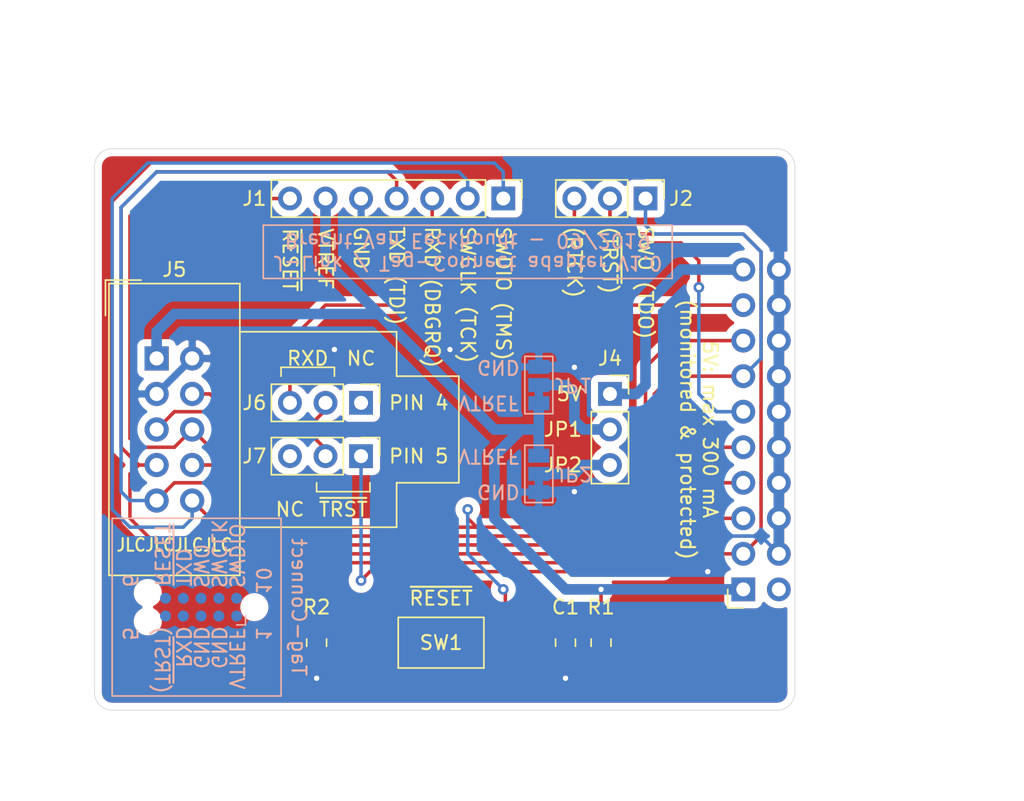
<source format=kicad_pcb>
(kicad_pcb (version 20171130) (host pcbnew 5.1.4-e60b266~84~ubuntu19.04.1)

  (general
    (thickness 1.6)
    (drawings 83)
    (tracks 198)
    (zones 0)
    (modules 14)
    (nets 17)
  )

  (page A4)
  (layers
    (0 F.Cu signal)
    (31 B.Cu signal)
    (32 B.Adhes user)
    (33 F.Adhes user)
    (34 B.Paste user)
    (35 F.Paste user)
    (36 B.SilkS user)
    (37 F.SilkS user)
    (38 B.Mask user)
    (39 F.Mask user)
    (40 Dwgs.User user)
    (41 Cmts.User user)
    (42 Eco1.User user)
    (43 Eco2.User user)
    (44 Edge.Cuts user)
    (45 Margin user)
    (46 B.CrtYd user)
    (47 F.CrtYd user)
    (48 B.Fab user)
    (49 F.Fab user)
  )

  (setup
    (last_trace_width 0.25)
    (user_trace_width 0.254)
    (user_trace_width 0.508)
    (user_trace_width 0.762)
    (trace_clearance 0.2)
    (zone_clearance 0.508)
    (zone_45_only no)
    (trace_min 0.2)
    (via_size 0.8)
    (via_drill 0.4)
    (via_min_size 0.4)
    (via_min_drill 0.3)
    (user_via 0.762 0.381)
    (uvia_size 0.3)
    (uvia_drill 0.1)
    (uvias_allowed no)
    (uvia_min_size 0.2)
    (uvia_min_drill 0.1)
    (edge_width 0.05)
    (segment_width 0.2)
    (pcb_text_width 0.3)
    (pcb_text_size 1.5 1.5)
    (mod_edge_width 0.12)
    (mod_text_size 1 1)
    (mod_text_width 0.15)
    (pad_size 1.524 1.524)
    (pad_drill 0.762)
    (pad_to_mask_clearance 0.051)
    (solder_mask_min_width 0.25)
    (aux_axis_origin 0 0)
    (grid_origin 94.742 98.171)
    (visible_elements FFFFFF7F)
    (pcbplotparams
      (layerselection 0x010f0_ffffffff)
      (usegerberextensions false)
      (usegerberattributes false)
      (usegerberadvancedattributes false)
      (creategerberjobfile false)
      (excludeedgelayer true)
      (linewidth 0.100000)
      (plotframeref false)
      (viasonmask false)
      (mode 1)
      (useauxorigin false)
      (hpglpennumber 1)
      (hpglpenspeed 20)
      (hpglpendiameter 15.000000)
      (psnegative false)
      (psa4output false)
      (plotreference true)
      (plotvalue true)
      (plotinvisibletext false)
      (padsonsilk false)
      (subtractmaskfromsilk false)
      (outputformat 1)
      (mirror false)
      (drillshape 0)
      (scaleselection 1)
      (outputdirectory "gerber/"))
  )

  (net 0 "")
  (net 1 /~RESET)
  (net 2 /GND)
  (net 3 /SWDIO)
  (net 4 /SWCLK)
  (net 5 /RXD)
  (net 6 /TXD)
  (net 7 /VTREF)
  (net 8 /SWO)
  (net 9 /~TRST)
  (net 10 /RTCK)
  (net 11 /5V)
  (net 12 VREG-2)
  (net 13 VREG-3)
  (net 14 JMP_RX)
  (net 15 JMP_TRST)
  (net 16 "Net-(R2-Pad2)")

  (net_class Default "This is the default net class."
    (clearance 0.2)
    (trace_width 0.25)
    (via_dia 0.8)
    (via_drill 0.4)
    (uvia_dia 0.3)
    (uvia_drill 0.1)
    (add_net /5V)
    (add_net /GND)
    (add_net /RTCK)
    (add_net /RXD)
    (add_net /SWCLK)
    (add_net /SWDIO)
    (add_net /SWO)
    (add_net /TXD)
    (add_net /VTREF)
    (add_net /~RESET)
    (add_net /~TRST)
    (add_net JMP_RX)
    (add_net JMP_TRST)
    (add_net "Net-(R2-Pad2)")
    (add_net VREG-2)
    (add_net VREG-3)
  )

  (module Connector_PinSocket_2.54mm:PinSocket_2x10_P2.54mm_Horizontal (layer F.Cu) (tedit 5D826B41) (tstamp 5D8264D0)
    (at 142.367 98.171 180)
    (descr "Through hole angled socket strip, 2x10, 2.54mm pitch, 8.51mm socket length, double cols (from Kicad 4.0.7), script generated")
    (tags "Through hole angled socket strip THT 2x10 2.54mm double row")
    (path /5D7F1396)
    (fp_text reference J3 (at 0 13.97) (layer F.SilkS) hide
      (effects (font (size 1 1) (thickness 0.15)))
    )
    (fp_text value Conn_02x10_Odd_Even (at 5.70588 2.77) (layer F.Fab) hide
      (effects (font (size 1 1) (thickness 0.15)))
    )
    (fp_text user %R (at -6.858 0 90) (layer F.Fab)
      (effects (font (size 1 1) (thickness 0.15)))
    )
    (fp_line (start 3.07 13.22) (end 3.07 -13.18) (layer F.CrtYd) (width 0.05))
    (fp_line (start -11.78 13.22) (end 3.07 13.22) (layer F.CrtYd) (width 0.05))
    (fp_line (start -11.78 -13.18) (end -11.78 13.22) (layer F.CrtYd) (width 0.05))
    (fp_line (start 3.07 -13.18) (end -11.78 -13.18) (layer F.CrtYd) (width 0.05))
    (fp_line (start 1.27 -12.76) (end 2.38 -12.76) (layer F.SilkS) (width 0.12))
    (fp_line (start 2.38 -12.76) (end 2.38 -11.43) (layer F.SilkS) (width 0.12))
    (fp_line (start 1.27 11.73) (end 1.27 11.13) (layer F.Fab) (width 0.1))
    (fp_line (start -2.79 11.73) (end 1.27 11.73) (layer F.Fab) (width 0.1))
    (fp_line (start 1.27 11.13) (end -2.79 11.13) (layer F.Fab) (width 0.1))
    (fp_line (start 1.27 9.19) (end 1.27 8.59) (layer F.Fab) (width 0.1))
    (fp_line (start -2.79 9.19) (end 1.27 9.19) (layer F.Fab) (width 0.1))
    (fp_line (start 1.27 8.59) (end -2.79 8.59) (layer F.Fab) (width 0.1))
    (fp_line (start 1.27 6.65) (end 1.27 6.05) (layer F.Fab) (width 0.1))
    (fp_line (start -2.79 6.65) (end 1.27 6.65) (layer F.Fab) (width 0.1))
    (fp_line (start 1.27 6.05) (end -2.79 6.05) (layer F.Fab) (width 0.1))
    (fp_line (start 1.27 4.11) (end 1.27 3.51) (layer F.Fab) (width 0.1))
    (fp_line (start -2.79 4.11) (end 1.27 4.11) (layer F.Fab) (width 0.1))
    (fp_line (start 1.27 3.51) (end -2.79 3.51) (layer F.Fab) (width 0.1))
    (fp_line (start 1.27 1.57) (end 1.27 0.97) (layer F.Fab) (width 0.1))
    (fp_line (start -2.79 1.57) (end 1.27 1.57) (layer F.Fab) (width 0.1))
    (fp_line (start 1.27 0.97) (end -2.79 0.97) (layer F.Fab) (width 0.1))
    (fp_line (start 1.27 -0.97) (end 1.27 -1.57) (layer F.Fab) (width 0.1))
    (fp_line (start -2.79 -0.97) (end 1.27 -0.97) (layer F.Fab) (width 0.1))
    (fp_line (start 1.27 -1.57) (end -2.79 -1.57) (layer F.Fab) (width 0.1))
    (fp_line (start 1.27 -3.51) (end 1.27 -4.11) (layer F.Fab) (width 0.1))
    (fp_line (start -2.79 -3.51) (end 1.27 -3.51) (layer F.Fab) (width 0.1))
    (fp_line (start 1.27 -4.11) (end -2.79 -4.11) (layer F.Fab) (width 0.1))
    (fp_line (start 1.27 -6.05) (end 1.27 -6.65) (layer F.Fab) (width 0.1))
    (fp_line (start -2.79 -6.05) (end 1.27 -6.05) (layer F.Fab) (width 0.1))
    (fp_line (start 1.27 -6.65) (end -2.79 -6.65) (layer F.Fab) (width 0.1))
    (fp_line (start 1.27 -8.59) (end 1.27 -9.19) (layer F.Fab) (width 0.1))
    (fp_line (start -2.79 -8.59) (end 1.27 -8.59) (layer F.Fab) (width 0.1))
    (fp_line (start 1.27 -9.19) (end -2.79 -9.19) (layer F.Fab) (width 0.1))
    (fp_line (start 1.27 -11.13) (end 1.27 -11.73) (layer F.Fab) (width 0.1))
    (fp_line (start -2.79 -11.13) (end 1.27 -11.13) (layer F.Fab) (width 0.1))
    (fp_line (start 1.27 -11.73) (end -2.79 -11.73) (layer F.Fab) (width 0.1))
    (fp_line (start -11.3 12.7) (end -11.3 -12.7) (layer F.Fab) (width 0.1))
    (fp_line (start -2.79 12.7) (end -11.3 12.7) (layer F.Fab) (width 0.1))
    (fp_line (start -2.79 -11.73) (end -2.79 12.7) (layer F.Fab) (width 0.1))
    (fp_line (start -3.76 -12.7) (end -2.79 -11.73) (layer F.Fab) (width 0.1))
    (fp_line (start -11.3 -12.7) (end -3.76 -12.7) (layer F.Fab) (width 0.1))
    (pad 20 thru_hole oval (at -1.27 11.43 180) (size 1.7 1.7) (drill 1) (layers *.Cu *.Mask)
      (net 2 /GND))
    (pad 19 thru_hole oval (at 1.27 11.43 180) (size 1.7 1.7) (drill 1) (layers *.Cu *.Mask)
      (net 11 /5V))
    (pad 18 thru_hole oval (at -1.27 8.89 180) (size 1.7 1.7) (drill 1) (layers *.Cu *.Mask)
      (net 2 /GND))
    (pad 17 thru_hole oval (at 1.27 8.89 180) (size 1.7 1.7) (drill 1) (layers *.Cu *.Mask)
      (net 5 /RXD))
    (pad 16 thru_hole oval (at -1.27 6.35 180) (size 1.7 1.7) (drill 1) (layers *.Cu *.Mask)
      (net 2 /GND))
    (pad 15 thru_hole oval (at 1.27 6.35 180) (size 1.7 1.7) (drill 1) (layers *.Cu *.Mask)
      (net 1 /~RESET))
    (pad 14 thru_hole oval (at -1.27 3.81 180) (size 1.7 1.7) (drill 1) (layers *.Cu *.Mask)
      (net 2 /GND))
    (pad 13 thru_hole oval (at 1.27 3.81 180) (size 1.7 1.7) (drill 1) (layers *.Cu *.Mask)
      (net 8 /SWO))
    (pad 12 thru_hole oval (at -1.27 1.27 180) (size 1.7 1.7) (drill 1) (layers *.Cu *.Mask)
      (net 2 /GND))
    (pad 11 thru_hole oval (at 1.27 1.27 180) (size 1.7 1.7) (drill 1) (layers *.Cu *.Mask)
      (net 10 /RTCK))
    (pad 10 thru_hole oval (at -1.27 -1.27 180) (size 1.7 1.7) (drill 1) (layers *.Cu *.Mask)
      (net 2 /GND))
    (pad 9 thru_hole oval (at 1.27 -1.27 180) (size 1.7 1.7) (drill 1) (layers *.Cu *.Mask)
      (net 4 /SWCLK))
    (pad 8 thru_hole oval (at -1.27 -3.81 180) (size 1.7 1.7) (drill 1) (layers *.Cu *.Mask)
      (net 2 /GND))
    (pad 7 thru_hole oval (at 1.27 -3.81 180) (size 1.7 1.7) (drill 1) (layers *.Cu *.Mask)
      (net 3 /SWDIO))
    (pad 6 thru_hole oval (at -1.27 -6.35 180) (size 1.7 1.7) (drill 1) (layers *.Cu *.Mask)
      (net 2 /GND))
    (pad 5 thru_hole oval (at 1.27 -6.35 180) (size 1.7 1.7) (drill 1) (layers *.Cu *.Mask)
      (net 6 /TXD))
    (pad 4 thru_hole oval (at -1.27 -8.89 180) (size 1.7 1.7) (drill 1) (layers *.Cu *.Mask)
      (net 2 /GND))
    (pad 3 thru_hole oval (at 1.27 -8.89 180) (size 1.7 1.7) (drill 1) (layers *.Cu *.Mask)
      (net 9 /~TRST))
    (pad 2 thru_hole oval (at -1.27 -11.43 180) (size 1.7 1.7) (drill 1) (layers *.Cu *.Mask))
    (pad 1 thru_hole rect (at 1.27 -11.43 180) (size 1.7 1.7) (drill 1) (layers *.Cu *.Mask)
      (net 7 /VTREF))
    (model ${KISYS3DMOD}/Connector_PinSocket_2.54mm.3dshapes/PinSocket_2x10_P2.54mm_Horizontal.wrl
      (offset (xyz 1.3 11.5 0))
      (scale (xyz 1 1 1))
      (rotate (xyz 0 0 0))
    )
  )

  (module Connector:Tag-Connect_TC2050-IDC-NL_2x05_P1.27mm_Vertical (layer B.Cu) (tedit 5A29CED0) (tstamp 5D8290F1)
    (at 102.362 110.871 180)
    (descr "Tag-Connect programming header; http://www.tag-connect.com/Materials/TC2050-IDC-NL%20Datasheet.pdf")
    (tags "tag connect programming header pogo pins")
    (attr virtual)
    (fp_text reference REF** (at 0 -2.7) (layer B.SilkS) hide
      (effects (font (size 1 1) (thickness 0.15)) (justify mirror))
    )
    (fp_text value Tag-Connect_TC2050-IDC-NL_2x05_P1.27mm_Vertical (at 0 2.4) (layer B.Fab) hide
      (effects (font (size 1 1) (thickness 0.15)) (justify mirror))
    )
    (fp_line (start 1.27 -0.635) (end 2.54 0.635) (layer Dwgs.User) (width 0.1))
    (fp_line (start 0.635 -0.635) (end 1.905 0.635) (layer Dwgs.User) (width 0.1))
    (fp_line (start 0 -0.635) (end 1.27 0.635) (layer Dwgs.User) (width 0.1))
    (fp_line (start -0.635 -0.635) (end 0.635 0.635) (layer Dwgs.User) (width 0.1))
    (fp_text user KEEPOUT (at 0 0) (layer Cmts.User)
      (effects (font (size 0.4 0.4) (thickness 0.07)))
    )
    (fp_line (start 1.905 -0.635) (end 2.54 0) (layer Dwgs.User) (width 0.1))
    (fp_line (start -1.27 -0.635) (end 0 0.635) (layer Dwgs.User) (width 0.1))
    (fp_line (start -1.905 -0.635) (end -0.635 0.635) (layer Dwgs.User) (width 0.1))
    (fp_line (start -2.54 0) (end -1.905 0.635) (layer Dwgs.User) (width 0.1))
    (fp_line (start -2.54 -0.635) (end -1.27 0.635) (layer Dwgs.User) (width 0.1))
    (fp_line (start -2.54 0.635) (end 2.54 0.635) (layer Dwgs.User) (width 0.1))
    (fp_line (start 2.54 0.635) (end 2.54 -0.635) (layer Dwgs.User) (width 0.1))
    (fp_line (start 2.54 -0.635) (end -2.54 -0.635) (layer Dwgs.User) (width 0.1))
    (fp_line (start -2.54 -0.635) (end -2.54 0.635) (layer Dwgs.User) (width 0.1))
    (fp_text user %R (at 0 0) (layer B.Fab) hide
      (effects (font (size 1 1) (thickness 0.15)) (justify mirror))
    )
    (fp_line (start -4.75 2) (end 4.75 2) (layer B.CrtYd) (width 0.05))
    (fp_line (start 4.75 2) (end 4.75 -2) (layer B.CrtYd) (width 0.05))
    (fp_line (start 4.75 -2) (end -4.75 -2) (layer B.CrtYd) (width 0.05))
    (fp_line (start -4.75 -2) (end -4.75 2) (layer B.CrtYd) (width 0.05))
    (fp_line (start -2.54 -1.27) (end -3.175 -1.27) (layer B.SilkS) (width 0.12))
    (fp_line (start -3.175 -1.27) (end -3.175 -0.635) (layer B.SilkS) (width 0.12))
    (pad 10 connect circle (at -2.54 0.635 180) (size 0.7874 0.7874) (layers B.Cu B.Mask))
    (pad 9 connect circle (at -1.27 0.635 180) (size 0.7874 0.7874) (layers B.Cu B.Mask))
    (pad 8 connect circle (at 0 0.635 180) (size 0.7874 0.7874) (layers B.Cu B.Mask))
    (pad 7 connect circle (at 1.27 0.635 180) (size 0.7874 0.7874) (layers B.Cu B.Mask))
    (pad 6 connect circle (at 2.54 0.635 180) (size 0.7874 0.7874) (layers B.Cu B.Mask))
    (pad 5 connect circle (at 2.54 -0.635 180) (size 0.7874 0.7874) (layers B.Cu B.Mask))
    (pad 4 connect circle (at 1.27 -0.635 180) (size 0.7874 0.7874) (layers B.Cu B.Mask))
    (pad 3 connect circle (at 0 -0.635 180) (size 0.7874 0.7874) (layers B.Cu B.Mask))
    (pad 2 connect circle (at -1.27 -0.635 180) (size 0.7874 0.7874) (layers B.Cu B.Mask))
    (pad 1 connect circle (at -2.54 -0.635 180) (size 0.7874 0.7874) (layers B.Cu B.Mask))
    (pad "" np_thru_hole circle (at -3.81 0 180) (size 0.9906 0.9906) (drill 0.9906) (layers *.Cu *.Mask))
    (pad "" np_thru_hole circle (at 3.81 -1.016 180) (size 0.9906 0.9906) (drill 0.9906) (layers *.Cu *.Mask))
    (pad "" np_thru_hole circle (at 3.81 1.016 180) (size 0.9906 0.9906) (drill 0.9906) (layers *.Cu *.Mask))
  )

  (module Connector_IDC:IDC-Header_2x05_P2.54mm_Vertical (layer F.Cu) (tedit 5D8154B6) (tstamp 5D824C4D)
    (at 100.457 98.171)
    (descr "Through hole straight IDC box header, 2x05, 2.54mm pitch, double rows")
    (tags "Through hole IDC box header THT 2x05 2.54mm double row")
    (path /5D7F0581)
    (fp_text reference J5 (at 0 -11.43) (layer F.SilkS)
      (effects (font (size 1 1) (thickness 0.15)))
    )
    (fp_text value Conn_02x05_Odd_Even (at 0 11.684) (layer F.Fab) hide
      (effects (font (size 1 1) (thickness 0.15)))
    )
    (fp_text user %R (at 0 0) (layer F.Fab)
      (effects (font (size 1 1) (thickness 0.15)))
    )
    (fp_line (start 4.425 -10.18) (end 4.425 10.18) (layer F.Fab) (width 0.1))
    (fp_line (start 3.875 -9.64) (end 3.875 9.62) (layer F.Fab) (width 0.1))
    (fp_line (start -4.425 -10.18) (end -4.425 10.18) (layer F.Fab) (width 0.1))
    (fp_line (start -3.875 -9.64) (end -3.875 -2.25) (layer F.Fab) (width 0.1))
    (fp_line (start -3.875 2.25) (end -3.875 9.62) (layer F.Fab) (width 0.1))
    (fp_line (start -3.875 -2.25) (end -4.425 -2.25) (layer F.Fab) (width 0.1))
    (fp_line (start -3.875 2.25) (end -4.425 2.25) (layer F.Fab) (width 0.1))
    (fp_line (start 4.425 -10.18) (end -4.425 -10.18) (layer F.Fab) (width 0.1))
    (fp_line (start 3.875 -9.64) (end -3.875 -9.64) (layer F.Fab) (width 0.1))
    (fp_line (start 4.425 10.18) (end -4.425 10.18) (layer F.Fab) (width 0.1))
    (fp_line (start 3.875 9.62) (end -3.875 9.62) (layer F.Fab) (width 0.1))
    (fp_line (start 4.425 -10.18) (end 3.875 -9.64) (layer F.Fab) (width 0.1))
    (fp_line (start 4.425 10.18) (end 3.875 9.62) (layer F.Fab) (width 0.1))
    (fp_line (start -4.425 -10.18) (end -3.875 -9.64) (layer F.Fab) (width 0.1))
    (fp_line (start -4.425 10.18) (end -3.875 9.62) (layer F.Fab) (width 0.1))
    (fp_line (start 4.68 -10.43) (end 4.68 10.43) (layer F.CrtYd) (width 0.05))
    (fp_line (start 4.68 10.43) (end -4.68 10.43) (layer F.CrtYd) (width 0.05))
    (fp_line (start -4.68 10.43) (end -4.68 -10.43) (layer F.CrtYd) (width 0.05))
    (fp_line (start -4.68 -10.43) (end 4.68 -10.43) (layer F.CrtYd) (width 0.05))
    (fp_line (start 4.675 -10.43) (end 4.675 10.43) (layer F.SilkS) (width 0.12))
    (fp_line (start 4.675 10.43) (end -4.675 10.43) (layer F.SilkS) (width 0.12))
    (fp_line (start -4.675 10.43) (end -4.675 -10.43) (layer F.SilkS) (width 0.12))
    (fp_line (start -4.675 -10.43) (end 4.675 -10.43) (layer F.SilkS) (width 0.12))
    (fp_line (start -4.925 -10.68) (end -4.925 -8.14) (layer F.SilkS) (width 0.12))
    (fp_line (start -4.925 -10.68) (end -2.385 -10.68) (layer F.SilkS) (width 0.12))
    (pad 1 thru_hole rect (at -1.27 -5.08) (size 1.7272 1.7272) (drill 1.016) (layers *.Cu *.Mask)
      (net 7 /VTREF))
    (pad 2 thru_hole oval (at 1.27 -5.08) (size 1.7272 1.7272) (drill 1.016) (layers *.Cu *.Mask)
      (net 2 /GND))
    (pad 3 thru_hole oval (at -1.27 -2.54) (size 1.7272 1.7272) (drill 1.016) (layers *.Cu *.Mask)
      (net 2 /GND))
    (pad 4 thru_hole oval (at 1.27 -2.54) (size 1.7272 1.7272) (drill 1.016) (layers *.Cu *.Mask)
      (net 14 JMP_RX))
    (pad 5 thru_hole oval (at -1.27 0) (size 1.7272 1.7272) (drill 1.016) (layers *.Cu *.Mask)
      (net 15 JMP_TRST))
    (pad 6 thru_hole oval (at 1.27 0) (size 1.7272 1.7272) (drill 1.016) (layers *.Cu *.Mask)
      (net 1 /~RESET))
    (pad 7 thru_hole oval (at -1.27 2.54) (size 1.7272 1.7272) (drill 1.016) (layers *.Cu *.Mask)
      (net 6 /TXD))
    (pad 8 thru_hole oval (at 1.27 2.54) (size 1.7272 1.7272) (drill 1.016) (layers *.Cu *.Mask)
      (net 8 /SWO))
    (pad 9 thru_hole oval (at -1.27 5.08) (size 1.7272 1.7272) (drill 1.016) (layers *.Cu *.Mask)
      (net 4 /SWCLK))
    (pad 10 thru_hole oval (at 1.27 5.08) (size 1.7272 1.7272) (drill 1.016) (layers *.Cu *.Mask)
      (net 3 /SWDIO))
    (model ${KISYS3DMOD}/Connector_IDC.3dshapes/IDC-Header_2x05_P2.54mm_Vertical.wrl
      (offset (xyz -1.3 5.1 0))
      (scale (xyz 1 1 1))
      (rotate (xyz 0 0 0))
    )
  )

  (module Capacitor_SMD:C_0805_2012Metric_Pad1.15x1.40mm_HandSolder (layer F.Cu) (tedit 5B36C52B) (tstamp 5D8259CE)
    (at 128.397 113.411 270)
    (descr "Capacitor SMD 0805 (2012 Metric), square (rectangular) end terminal, IPC_7351 nominal with elongated pad for handsoldering. (Body size source: https://docs.google.com/spreadsheets/d/1BsfQQcO9C6DZCsRaXUlFlo91Tg2WpOkGARC1WS5S8t0/edit?usp=sharing), generated with kicad-footprint-generator")
    (tags "capacitor handsolder")
    (path /5D84095B)
    (attr smd)
    (fp_text reference C1 (at -2.54 0 180) (layer F.SilkS)
      (effects (font (size 1 1) (thickness 0.15)))
    )
    (fp_text value "100 nF" (at 0 1.65 90) (layer F.Fab)
      (effects (font (size 1 1) (thickness 0.15)))
    )
    (fp_line (start -1 0.6) (end -1 -0.6) (layer F.Fab) (width 0.1))
    (fp_line (start -1 -0.6) (end 1 -0.6) (layer F.Fab) (width 0.1))
    (fp_line (start 1 -0.6) (end 1 0.6) (layer F.Fab) (width 0.1))
    (fp_line (start 1 0.6) (end -1 0.6) (layer F.Fab) (width 0.1))
    (fp_line (start -0.261252 -0.71) (end 0.261252 -0.71) (layer F.SilkS) (width 0.12))
    (fp_line (start -0.261252 0.71) (end 0.261252 0.71) (layer F.SilkS) (width 0.12))
    (fp_line (start -1.85 0.95) (end -1.85 -0.95) (layer F.CrtYd) (width 0.05))
    (fp_line (start -1.85 -0.95) (end 1.85 -0.95) (layer F.CrtYd) (width 0.05))
    (fp_line (start 1.85 -0.95) (end 1.85 0.95) (layer F.CrtYd) (width 0.05))
    (fp_line (start 1.85 0.95) (end -1.85 0.95) (layer F.CrtYd) (width 0.05))
    (fp_text user %R (at 0 0 90) (layer F.Fab)
      (effects (font (size 0.5 0.5) (thickness 0.08)))
    )
    (pad 1 smd roundrect (at -1.025 0 270) (size 1.15 1.4) (layers F.Cu F.Paste F.Mask) (roundrect_rratio 0.217391)
      (net 1 /~RESET))
    (pad 2 smd roundrect (at 1.025 0 270) (size 1.15 1.4) (layers F.Cu F.Paste F.Mask) (roundrect_rratio 0.217391)
      (net 2 /GND))
    (model ${KISYS3DMOD}/Capacitor_SMD.3dshapes/C_0805_2012Metric.wrl
      (at (xyz 0 0 0))
      (scale (xyz 1 1 1))
      (rotate (xyz 0 0 0))
    )
  )

  (module Connector_PinHeader_2.54mm:PinHeader_1x07_P2.54mm_Vertical (layer F.Cu) (tedit 59FED5CC) (tstamp 5D81C076)
    (at 123.952 81.661 270)
    (descr "Through hole straight pin header, 1x07, 2.54mm pitch, single row")
    (tags "Through hole pin header THT 1x07 2.54mm single row")
    (path /5D85955C)
    (fp_text reference J1 (at 0 17.78 180) (layer F.SilkS)
      (effects (font (size 1 1) (thickness 0.15)))
    )
    (fp_text value Conn_01x07 (at 0 17.57 90) (layer F.Fab) hide
      (effects (font (size 1 1) (thickness 0.15)))
    )
    (fp_line (start -0.635 -1.27) (end 1.27 -1.27) (layer F.Fab) (width 0.1))
    (fp_line (start 1.27 -1.27) (end 1.27 16.51) (layer F.Fab) (width 0.1))
    (fp_line (start 1.27 16.51) (end -1.27 16.51) (layer F.Fab) (width 0.1))
    (fp_line (start -1.27 16.51) (end -1.27 -0.635) (layer F.Fab) (width 0.1))
    (fp_line (start -1.27 -0.635) (end -0.635 -1.27) (layer F.Fab) (width 0.1))
    (fp_line (start -1.33 16.57) (end 1.33 16.57) (layer F.SilkS) (width 0.12))
    (fp_line (start -1.33 1.27) (end -1.33 16.57) (layer F.SilkS) (width 0.12))
    (fp_line (start 1.33 1.27) (end 1.33 16.57) (layer F.SilkS) (width 0.12))
    (fp_line (start -1.33 1.27) (end 1.33 1.27) (layer F.SilkS) (width 0.12))
    (fp_line (start -1.33 0) (end -1.33 -1.33) (layer F.SilkS) (width 0.12))
    (fp_line (start -1.33 -1.33) (end 0 -1.33) (layer F.SilkS) (width 0.12))
    (fp_line (start -1.8 -1.8) (end -1.8 17.05) (layer F.CrtYd) (width 0.05))
    (fp_line (start -1.8 17.05) (end 1.8 17.05) (layer F.CrtYd) (width 0.05))
    (fp_line (start 1.8 17.05) (end 1.8 -1.8) (layer F.CrtYd) (width 0.05))
    (fp_line (start 1.8 -1.8) (end -1.8 -1.8) (layer F.CrtYd) (width 0.05))
    (fp_text user %R (at 0 7.62) (layer F.Fab)
      (effects (font (size 1 1) (thickness 0.15)))
    )
    (pad 1 thru_hole rect (at 0 0 270) (size 1.7 1.7) (drill 1) (layers *.Cu *.Mask)
      (net 3 /SWDIO))
    (pad 2 thru_hole oval (at 0 2.54 270) (size 1.7 1.7) (drill 1) (layers *.Cu *.Mask)
      (net 4 /SWCLK))
    (pad 3 thru_hole oval (at 0 5.08 270) (size 1.7 1.7) (drill 1) (layers *.Cu *.Mask)
      (net 5 /RXD))
    (pad 4 thru_hole oval (at 0 7.62 270) (size 1.7 1.7) (drill 1) (layers *.Cu *.Mask)
      (net 6 /TXD))
    (pad 5 thru_hole oval (at 0 10.16 270) (size 1.7 1.7) (drill 1) (layers *.Cu *.Mask)
      (net 2 /GND))
    (pad 6 thru_hole oval (at 0 12.7 270) (size 1.7 1.7) (drill 1) (layers *.Cu *.Mask)
      (net 7 /VTREF))
    (pad 7 thru_hole oval (at 0 15.24 270) (size 1.7 1.7) (drill 1) (layers *.Cu *.Mask)
      (net 1 /~RESET))
    (model ${KISYS3DMOD}/Connector_PinHeader_2.54mm.3dshapes/PinHeader_1x07_P2.54mm_Vertical.wrl
      (at (xyz 0 0 0))
      (scale (xyz 1 1 1))
      (rotate (xyz 0 0 0))
    )
  )

  (module Connector_PinHeader_2.54mm:PinHeader_1x03_P2.54mm_Vertical (layer F.Cu) (tedit 59FED5CC) (tstamp 5D82B713)
    (at 134.112 81.661 270)
    (descr "Through hole straight pin header, 1x03, 2.54mm pitch, single row")
    (tags "Through hole pin header THT 1x03 2.54mm single row")
    (path /5D86D759)
    (fp_text reference J2 (at 0 -2.54 180) (layer F.SilkS)
      (effects (font (size 1 1) (thickness 0.15)))
    )
    (fp_text value Conn_01x03 (at 0 7.41 90) (layer F.Fab) hide
      (effects (font (size 1 1) (thickness 0.15)))
    )
    (fp_line (start -0.635 -1.27) (end 1.27 -1.27) (layer F.Fab) (width 0.1))
    (fp_line (start 1.27 -1.27) (end 1.27 6.35) (layer F.Fab) (width 0.1))
    (fp_line (start 1.27 6.35) (end -1.27 6.35) (layer F.Fab) (width 0.1))
    (fp_line (start -1.27 6.35) (end -1.27 -0.635) (layer F.Fab) (width 0.1))
    (fp_line (start -1.27 -0.635) (end -0.635 -1.27) (layer F.Fab) (width 0.1))
    (fp_line (start -1.33 6.41) (end 1.33 6.41) (layer F.SilkS) (width 0.12))
    (fp_line (start -1.33 1.27) (end -1.33 6.41) (layer F.SilkS) (width 0.12))
    (fp_line (start 1.33 1.27) (end 1.33 6.41) (layer F.SilkS) (width 0.12))
    (fp_line (start -1.33 1.27) (end 1.33 1.27) (layer F.SilkS) (width 0.12))
    (fp_line (start -1.33 0) (end -1.33 -1.33) (layer F.SilkS) (width 0.12))
    (fp_line (start -1.33 -1.33) (end 0 -1.33) (layer F.SilkS) (width 0.12))
    (fp_line (start -1.8 -1.8) (end -1.8 6.85) (layer F.CrtYd) (width 0.05))
    (fp_line (start -1.8 6.85) (end 1.8 6.85) (layer F.CrtYd) (width 0.05))
    (fp_line (start 1.8 6.85) (end 1.8 -1.8) (layer F.CrtYd) (width 0.05))
    (fp_line (start 1.8 -1.8) (end -1.8 -1.8) (layer F.CrtYd) (width 0.05))
    (fp_text user %R (at 0 2.54) (layer F.Fab)
      (effects (font (size 1 1) (thickness 0.15)))
    )
    (pad 1 thru_hole rect (at 0 0 270) (size 1.7 1.7) (drill 1) (layers *.Cu *.Mask)
      (net 8 /SWO))
    (pad 2 thru_hole oval (at 0 2.54 270) (size 1.7 1.7) (drill 1) (layers *.Cu *.Mask)
      (net 9 /~TRST))
    (pad 3 thru_hole oval (at 0 5.08 270) (size 1.7 1.7) (drill 1) (layers *.Cu *.Mask)
      (net 10 /RTCK))
    (model ${KISYS3DMOD}/Connector_PinHeader_2.54mm.3dshapes/PinHeader_1x03_P2.54mm_Vertical.wrl
      (at (xyz 0 0 0))
      (scale (xyz 1 1 1))
      (rotate (xyz 0 0 0))
    )
  )

  (module Connector_PinSocket_2.54mm:PinSocket_1x03_P2.54mm_Vertical (layer F.Cu) (tedit 5A19A429) (tstamp 5D82C491)
    (at 131.572 95.631)
    (descr "Through hole straight socket strip, 1x03, 2.54mm pitch, single row (from Kicad 4.0.7), script generated")
    (tags "Through hole socket strip THT 1x03 2.54mm single row")
    (path /5D7F5429)
    (fp_text reference J4 (at 0 -2.54) (layer F.SilkS)
      (effects (font (size 1 1) (thickness 0.15)))
    )
    (fp_text value Conn_01x03 (at 0 7.85) (layer F.Fab) hide
      (effects (font (size 1 1) (thickness 0.15)))
    )
    (fp_line (start -1.27 -1.27) (end 0.635 -1.27) (layer F.Fab) (width 0.1))
    (fp_line (start 0.635 -1.27) (end 1.27 -0.635) (layer F.Fab) (width 0.1))
    (fp_line (start 1.27 -0.635) (end 1.27 6.35) (layer F.Fab) (width 0.1))
    (fp_line (start 1.27 6.35) (end -1.27 6.35) (layer F.Fab) (width 0.1))
    (fp_line (start -1.27 6.35) (end -1.27 -1.27) (layer F.Fab) (width 0.1))
    (fp_line (start -1.33 1.27) (end 1.33 1.27) (layer F.SilkS) (width 0.12))
    (fp_line (start -1.33 1.27) (end -1.33 6.41) (layer F.SilkS) (width 0.12))
    (fp_line (start -1.33 6.41) (end 1.33 6.41) (layer F.SilkS) (width 0.12))
    (fp_line (start 1.33 1.27) (end 1.33 6.41) (layer F.SilkS) (width 0.12))
    (fp_line (start 1.33 -1.33) (end 1.33 0) (layer F.SilkS) (width 0.12))
    (fp_line (start 0 -1.33) (end 1.33 -1.33) (layer F.SilkS) (width 0.12))
    (fp_line (start -1.8 -1.8) (end 1.75 -1.8) (layer F.CrtYd) (width 0.05))
    (fp_line (start 1.75 -1.8) (end 1.75 6.85) (layer F.CrtYd) (width 0.05))
    (fp_line (start 1.75 6.85) (end -1.8 6.85) (layer F.CrtYd) (width 0.05))
    (fp_line (start -1.8 6.85) (end -1.8 -1.8) (layer F.CrtYd) (width 0.05))
    (fp_text user %R (at 0 2.54 90) (layer F.Fab)
      (effects (font (size 1 1) (thickness 0.15)))
    )
    (pad 1 thru_hole rect (at 0 0) (size 1.7 1.7) (drill 1) (layers *.Cu *.Mask)
      (net 11 /5V))
    (pad 2 thru_hole oval (at 0 2.54) (size 1.7 1.7) (drill 1) (layers *.Cu *.Mask)
      (net 12 VREG-2))
    (pad 3 thru_hole oval (at 0 5.08) (size 1.7 1.7) (drill 1) (layers *.Cu *.Mask)
      (net 13 VREG-3))
    (model ${KISYS3DMOD}/Connector_PinSocket_2.54mm.3dshapes/PinSocket_1x03_P2.54mm_Vertical.wrl
      (at (xyz 0 0 0))
      (scale (xyz 1 1 1))
      (rotate (xyz 0 0 0))
    )
  )

  (module Connector_PinHeader_2.54mm:PinHeader_1x03_P2.54mm_Vertical (layer F.Cu) (tedit 59FED5CC) (tstamp 5D82BE7F)
    (at 113.792 96.266 270)
    (descr "Through hole straight pin header, 1x03, 2.54mm pitch, single row")
    (tags "Through hole pin header THT 1x03 2.54mm single row")
    (path /5D7F318B)
    (fp_text reference J6 (at 0 7.62 180) (layer F.SilkS)
      (effects (font (size 1 1) (thickness 0.15)))
    )
    (fp_text value Conn_01x03 (at 0 7.41 90) (layer F.Fab) hide
      (effects (font (size 1 1) (thickness 0.15)))
    )
    (fp_line (start -0.635 -1.27) (end 1.27 -1.27) (layer F.Fab) (width 0.1))
    (fp_line (start 1.27 -1.27) (end 1.27 6.35) (layer F.Fab) (width 0.1))
    (fp_line (start 1.27 6.35) (end -1.27 6.35) (layer F.Fab) (width 0.1))
    (fp_line (start -1.27 6.35) (end -1.27 -0.635) (layer F.Fab) (width 0.1))
    (fp_line (start -1.27 -0.635) (end -0.635 -1.27) (layer F.Fab) (width 0.1))
    (fp_line (start -1.33 6.41) (end 1.33 6.41) (layer F.SilkS) (width 0.12))
    (fp_line (start -1.33 1.27) (end -1.33 6.41) (layer F.SilkS) (width 0.12))
    (fp_line (start 1.33 1.27) (end 1.33 6.41) (layer F.SilkS) (width 0.12))
    (fp_line (start -1.33 1.27) (end 1.33 1.27) (layer F.SilkS) (width 0.12))
    (fp_line (start -1.33 0) (end -1.33 -1.33) (layer F.SilkS) (width 0.12))
    (fp_line (start -1.33 -1.33) (end 0 -1.33) (layer F.SilkS) (width 0.12))
    (fp_line (start -1.8 -1.8) (end -1.8 6.85) (layer F.CrtYd) (width 0.05))
    (fp_line (start -1.8 6.85) (end 1.8 6.85) (layer F.CrtYd) (width 0.05))
    (fp_line (start 1.8 6.85) (end 1.8 -1.8) (layer F.CrtYd) (width 0.05))
    (fp_line (start 1.8 -1.8) (end -1.8 -1.8) (layer F.CrtYd) (width 0.05))
    (fp_text user %R (at 0 2.54 180) (layer F.Fab)
      (effects (font (size 1 1) (thickness 0.15)))
    )
    (pad 1 thru_hole rect (at 0 0 270) (size 1.7 1.7) (drill 1) (layers *.Cu *.Mask))
    (pad 2 thru_hole oval (at 0 2.54 270) (size 1.7 1.7) (drill 1) (layers *.Cu *.Mask)
      (net 14 JMP_RX))
    (pad 3 thru_hole oval (at 0 5.08 270) (size 1.7 1.7) (drill 1) (layers *.Cu *.Mask)
      (net 5 /RXD))
    (model ${KISYS3DMOD}/Connector_PinHeader_2.54mm.3dshapes/PinHeader_1x03_P2.54mm_Vertical.wrl
      (at (xyz 0 0 0))
      (scale (xyz 1 1 1))
      (rotate (xyz 0 0 0))
    )
  )

  (module Connector_PinHeader_2.54mm:PinHeader_1x03_P2.54mm_Vertical (layer F.Cu) (tedit 59FED5CC) (tstamp 5D82C0F5)
    (at 113.792 100.076 270)
    (descr "Through hole straight pin header, 1x03, 2.54mm pitch, single row")
    (tags "Through hole pin header THT 1x03 2.54mm single row")
    (path /5D82DE30)
    (fp_text reference J7 (at 0 7.62 180) (layer F.SilkS)
      (effects (font (size 1 1) (thickness 0.15)))
    )
    (fp_text value Conn_01x03 (at 0 7.41 90) (layer F.Fab) hide
      (effects (font (size 1 1) (thickness 0.15)))
    )
    (fp_text user %R (at 0 2.54) (layer F.Fab)
      (effects (font (size 1 1) (thickness 0.15)))
    )
    (fp_line (start 1.8 -1.8) (end -1.8 -1.8) (layer F.CrtYd) (width 0.05))
    (fp_line (start 1.8 6.85) (end 1.8 -1.8) (layer F.CrtYd) (width 0.05))
    (fp_line (start -1.8 6.85) (end 1.8 6.85) (layer F.CrtYd) (width 0.05))
    (fp_line (start -1.8 -1.8) (end -1.8 6.85) (layer F.CrtYd) (width 0.05))
    (fp_line (start -1.33 -1.33) (end 0 -1.33) (layer F.SilkS) (width 0.12))
    (fp_line (start -1.33 0) (end -1.33 -1.33) (layer F.SilkS) (width 0.12))
    (fp_line (start -1.33 1.27) (end 1.33 1.27) (layer F.SilkS) (width 0.12))
    (fp_line (start 1.33 1.27) (end 1.33 6.41) (layer F.SilkS) (width 0.12))
    (fp_line (start -1.33 1.27) (end -1.33 6.41) (layer F.SilkS) (width 0.12))
    (fp_line (start -1.33 6.41) (end 1.33 6.41) (layer F.SilkS) (width 0.12))
    (fp_line (start -1.27 -0.635) (end -0.635 -1.27) (layer F.Fab) (width 0.1))
    (fp_line (start -1.27 6.35) (end -1.27 -0.635) (layer F.Fab) (width 0.1))
    (fp_line (start 1.27 6.35) (end -1.27 6.35) (layer F.Fab) (width 0.1))
    (fp_line (start 1.27 -1.27) (end 1.27 6.35) (layer F.Fab) (width 0.1))
    (fp_line (start -0.635 -1.27) (end 1.27 -1.27) (layer F.Fab) (width 0.1))
    (pad 3 thru_hole oval (at 0 5.08 270) (size 1.7 1.7) (drill 1) (layers *.Cu *.Mask))
    (pad 2 thru_hole oval (at 0 2.54 270) (size 1.7 1.7) (drill 1) (layers *.Cu *.Mask)
      (net 15 JMP_TRST))
    (pad 1 thru_hole rect (at 0 0 270) (size 1.7 1.7) (drill 1) (layers *.Cu *.Mask)
      (net 9 /~TRST))
    (model ${KISYS3DMOD}/Connector_PinHeader_2.54mm.3dshapes/PinHeader_1x03_P2.54mm_Vertical.wrl
      (at (xyz 0 0 0))
      (scale (xyz 1 1 1))
      (rotate (xyz 0 0 0))
    )
  )

  (module Jumper:SolderJumper-3_P1.3mm_Bridged12_Pad1.0x1.5mm_NumberLabels (layer B.Cu) (tedit 5C756B5B) (tstamp 5D826941)
    (at 126.492 94.996 90)
    (descr "SMD Solder Jumper, 1x1.5mm Pads, 0.3mm gap, pads 1-2 bridged with 1 copper strip, labeled with numbers")
    (tags "solder jumper open")
    (path /5D819C72)
    (attr virtual)
    (fp_text reference JP1 (at 0 1.016 180 unlocked) (layer B.SilkS)
      (effects (font (size 1 1) (thickness 0.15)) (justify left mirror))
    )
    (fp_text value SolderJumper_3_Bridged12 (at 0 -1.9 90) (layer B.Fab) hide
      (effects (font (size 1 1) (thickness 0.15)) (justify mirror))
    )
    (fp_poly (pts (xy -0.9 0.3) (xy -0.4 0.3) (xy -0.4 -0.3) (xy -0.9 -0.3)) (layer B.Cu) (width 0))
    (fp_line (start 2.3 -1.25) (end -2.3 -1.25) (layer B.CrtYd) (width 0.05))
    (fp_line (start 2.3 -1.25) (end 2.3 1.25) (layer B.CrtYd) (width 0.05))
    (fp_line (start -2.3 1.25) (end -2.3 -1.25) (layer B.CrtYd) (width 0.05))
    (fp_line (start -2.3 1.25) (end 2.3 1.25) (layer B.CrtYd) (width 0.05))
    (fp_line (start -2.05 1) (end 2.05 1) (layer B.SilkS) (width 0.12))
    (fp_line (start 2.05 1) (end 2.05 -1) (layer B.SilkS) (width 0.12))
    (fp_line (start 2.05 -1) (end -2.05 -1) (layer B.SilkS) (width 0.12))
    (fp_line (start -2.05 -1) (end -2.05 1) (layer B.SilkS) (width 0.12))
    (pad 2 smd rect (at 0 0 90) (size 1 1.5) (layers B.Cu B.Mask)
      (net 12 VREG-2))
    (pad 3 smd rect (at 1.3 0 90) (size 1 1.5) (layers B.Cu B.Mask)
      (net 2 /GND))
    (pad 1 smd rect (at -1.3 0 90) (size 1 1.5) (layers B.Cu B.Mask)
      (net 7 /VTREF))
  )

  (module Jumper:SolderJumper-3_P1.3mm_Bridged12_Pad1.0x1.5mm_NumberLabels (layer B.Cu) (tedit 5C756B5B) (tstamp 5D826B24)
    (at 126.492 101.346 90)
    (descr "SMD Solder Jumper, 1x1.5mm Pads, 0.3mm gap, pads 1-2 bridged with 1 copper strip, labeled with numbers")
    (tags "solder jumper open")
    (path /5D818973)
    (attr virtual)
    (fp_text reference JP2 (at 0 1.016 180 unlocked) (layer B.SilkS)
      (effects (font (size 1 1) (thickness 0.15)) (justify left mirror))
    )
    (fp_text value SolderJumper_3_Bridged12 (at 0 -1.9 90) (layer B.Fab) hide
      (effects (font (size 1 1) (thickness 0.15)) (justify mirror))
    )
    (fp_line (start -2.05 -1) (end -2.05 1) (layer B.SilkS) (width 0.12))
    (fp_line (start 2.05 -1) (end -2.05 -1) (layer B.SilkS) (width 0.12))
    (fp_line (start 2.05 1) (end 2.05 -1) (layer B.SilkS) (width 0.12))
    (fp_line (start -2.05 1) (end 2.05 1) (layer B.SilkS) (width 0.12))
    (fp_line (start -2.3 1.25) (end 2.3 1.25) (layer B.CrtYd) (width 0.05))
    (fp_line (start -2.3 1.25) (end -2.3 -1.25) (layer B.CrtYd) (width 0.05))
    (fp_line (start 2.3 -1.25) (end 2.3 1.25) (layer B.CrtYd) (width 0.05))
    (fp_line (start 2.3 -1.25) (end -2.3 -1.25) (layer B.CrtYd) (width 0.05))
    (fp_poly (pts (xy -0.9 0.3) (xy -0.4 0.3) (xy -0.4 -0.3) (xy -0.9 -0.3)) (layer B.Cu) (width 0))
    (pad 1 smd rect (at -1.3 0 90) (size 1 1.5) (layers B.Cu B.Mask)
      (net 2 /GND))
    (pad 3 smd rect (at 1.3 0 90) (size 1 1.5) (layers B.Cu B.Mask)
      (net 7 /VTREF))
    (pad 2 smd rect (at 0 0 90) (size 1 1.5) (layers B.Cu B.Mask)
      (net 13 VREG-3))
  )

  (module Resistor_SMD:R_0805_2012Metric_Pad1.15x1.40mm_HandSolder (layer F.Cu) (tedit 5B36C52B) (tstamp 5D825998)
    (at 130.937 113.411 270)
    (descr "Resistor SMD 0805 (2012 Metric), square (rectangular) end terminal, IPC_7351 nominal with elongated pad for handsoldering. (Body size source: https://docs.google.com/spreadsheets/d/1BsfQQcO9C6DZCsRaXUlFlo91Tg2WpOkGARC1WS5S8t0/edit?usp=sharing), generated with kicad-footprint-generator")
    (tags "resistor handsolder")
    (path /5D83FA2C)
    (attr smd)
    (fp_text reference R1 (at -2.54 0) (layer F.SilkS)
      (effects (font (size 1 1) (thickness 0.15)))
    )
    (fp_text value "1 kΩ" (at 0 1.65 90) (layer F.Fab)
      (effects (font (size 1 1) (thickness 0.15)))
    )
    (fp_text user %R (at 0 0 90) (layer F.Fab)
      (effects (font (size 0.5 0.5) (thickness 0.08)))
    )
    (fp_line (start 1.85 0.95) (end -1.85 0.95) (layer F.CrtYd) (width 0.05))
    (fp_line (start 1.85 -0.95) (end 1.85 0.95) (layer F.CrtYd) (width 0.05))
    (fp_line (start -1.85 -0.95) (end 1.85 -0.95) (layer F.CrtYd) (width 0.05))
    (fp_line (start -1.85 0.95) (end -1.85 -0.95) (layer F.CrtYd) (width 0.05))
    (fp_line (start -0.261252 0.71) (end 0.261252 0.71) (layer F.SilkS) (width 0.12))
    (fp_line (start -0.261252 -0.71) (end 0.261252 -0.71) (layer F.SilkS) (width 0.12))
    (fp_line (start 1 0.6) (end -1 0.6) (layer F.Fab) (width 0.1))
    (fp_line (start 1 -0.6) (end 1 0.6) (layer F.Fab) (width 0.1))
    (fp_line (start -1 -0.6) (end 1 -0.6) (layer F.Fab) (width 0.1))
    (fp_line (start -1 0.6) (end -1 -0.6) (layer F.Fab) (width 0.1))
    (pad 2 smd roundrect (at 1.025 0 270) (size 1.15 1.4) (layers F.Cu F.Paste F.Mask) (roundrect_rratio 0.217391)
      (net 1 /~RESET))
    (pad 1 smd roundrect (at -1.025 0 270) (size 1.15 1.4) (layers F.Cu F.Paste F.Mask) (roundrect_rratio 0.217391)
      (net 7 /VTREF))
    (model ${KISYS3DMOD}/Resistor_SMD.3dshapes/R_0805_2012Metric.wrl
      (at (xyz 0 0 0))
      (scale (xyz 1 1 1))
      (rotate (xyz 0 0 0))
    )
  )

  (module Resistor_SMD:R_0805_2012Metric_Pad1.15x1.40mm_HandSolder (layer F.Cu) (tedit 5B36C52B) (tstamp 5D825AEC)
    (at 110.617 113.411 90)
    (descr "Resistor SMD 0805 (2012 Metric), square (rectangular) end terminal, IPC_7351 nominal with elongated pad for handsoldering. (Body size source: https://docs.google.com/spreadsheets/d/1BsfQQcO9C6DZCsRaXUlFlo91Tg2WpOkGARC1WS5S8t0/edit?usp=sharing), generated with kicad-footprint-generator")
    (tags "resistor handsolder")
    (path /5D83EEB0)
    (attr smd)
    (fp_text reference R2 (at 2.54 0 180) (layer F.SilkS)
      (effects (font (size 1 1) (thickness 0.15)))
    )
    (fp_text value "100 Ω" (at 0 1.65 90) (layer F.Fab)
      (effects (font (size 1 1) (thickness 0.15)))
    )
    (fp_line (start -1 0.6) (end -1 -0.6) (layer F.Fab) (width 0.1))
    (fp_line (start -1 -0.6) (end 1 -0.6) (layer F.Fab) (width 0.1))
    (fp_line (start 1 -0.6) (end 1 0.6) (layer F.Fab) (width 0.1))
    (fp_line (start 1 0.6) (end -1 0.6) (layer F.Fab) (width 0.1))
    (fp_line (start -0.261252 -0.71) (end 0.261252 -0.71) (layer F.SilkS) (width 0.12))
    (fp_line (start -0.261252 0.71) (end 0.261252 0.71) (layer F.SilkS) (width 0.12))
    (fp_line (start -1.85 0.95) (end -1.85 -0.95) (layer F.CrtYd) (width 0.05))
    (fp_line (start -1.85 -0.95) (end 1.85 -0.95) (layer F.CrtYd) (width 0.05))
    (fp_line (start 1.85 -0.95) (end 1.85 0.95) (layer F.CrtYd) (width 0.05))
    (fp_line (start 1.85 0.95) (end -1.85 0.95) (layer F.CrtYd) (width 0.05))
    (fp_text user %R (at 0 0 90) (layer F.Fab)
      (effects (font (size 0.5 0.5) (thickness 0.08)))
    )
    (pad 1 smd roundrect (at -1.025 0 90) (size 1.15 1.4) (layers F.Cu F.Paste F.Mask) (roundrect_rratio 0.217391)
      (net 2 /GND))
    (pad 2 smd roundrect (at 1.025 0 90) (size 1.15 1.4) (layers F.Cu F.Paste F.Mask) (roundrect_rratio 0.217391)
      (net 16 "Net-(R2-Pad2)"))
    (model ${KISYS3DMOD}/Resistor_SMD.3dshapes/R_0805_2012Metric.wrl
      (at (xyz 0 0 0))
      (scale (xyz 1 1 1))
      (rotate (xyz 0 0 0))
    )
  )

  (module Button_Switch_SMD:SW_SPST_FSMSM (layer F.Cu) (tedit 5A02FC95) (tstamp 5D825A7C)
    (at 119.507 113.411 180)
    (descr http://www.te.com/commerce/DocumentDelivery/DDEController?Action=srchrtrv&DocNm=1437566-3&DocType=Customer+Drawing&DocLang=English)
    (tags "SPST button tactile switch")
    (path /5D8094C4)
    (attr smd)
    (fp_text reference SW1 (at 0 0) (layer F.SilkS)
      (effects (font (size 1 1) (thickness 0.15)))
    )
    (fp_text value SW_Push (at 0 3) (layer F.Fab)
      (effects (font (size 1 1) (thickness 0.15)))
    )
    (fp_line (start -5.95 -2) (end 5.95 -2) (layer F.CrtYd) (width 0.05))
    (fp_line (start -5.95 -2) (end -5.95 2) (layer F.CrtYd) (width 0.05))
    (fp_line (start 3 -1.75) (end 3 1.75) (layer F.Fab) (width 0.1))
    (fp_line (start -3 -1.75) (end -3 1.75) (layer F.Fab) (width 0.1))
    (fp_line (start -3 -1.75) (end 3 -1.75) (layer F.Fab) (width 0.1))
    (fp_line (start -3 1.75) (end 3 1.75) (layer F.Fab) (width 0.1))
    (fp_line (start 5.95 -2) (end 5.95 2) (layer F.CrtYd) (width 0.05))
    (fp_line (start -5.95 2) (end 5.95 2) (layer F.CrtYd) (width 0.05))
    (fp_line (start -1.5 -0.8) (end -1.5 0.8) (layer F.Fab) (width 0.1))
    (fp_line (start 1.5 -0.8) (end 1.5 0.8) (layer F.Fab) (width 0.1))
    (fp_line (start -1.5 -0.8) (end 1.5 -0.8) (layer F.Fab) (width 0.1))
    (fp_line (start -1.5 0.8) (end 1.5 0.8) (layer F.Fab) (width 0.1))
    (fp_line (start -3.06 1.81) (end -3.06 -1.81) (layer F.SilkS) (width 0.12))
    (fp_line (start 3.06 1.81) (end -3.06 1.81) (layer F.SilkS) (width 0.12))
    (fp_line (start 3.06 -1.81) (end 3.06 1.81) (layer F.SilkS) (width 0.12))
    (fp_line (start -3.06 -1.81) (end 3.06 -1.81) (layer F.SilkS) (width 0.12))
    (fp_line (start -1.75 1) (end -1.75 -1) (layer F.Fab) (width 0.1))
    (fp_line (start 1.75 1) (end -1.75 1) (layer F.Fab) (width 0.1))
    (fp_line (start 1.75 -1) (end 1.75 1) (layer F.Fab) (width 0.1))
    (fp_line (start -1.75 -1) (end 1.75 -1) (layer F.Fab) (width 0.1))
    (fp_text user %R (at 0 -2.6) (layer F.Fab)
      (effects (font (size 1 1) (thickness 0.15)))
    )
    (pad 2 smd rect (at 4.59 0 180) (size 2.18 1.6) (layers F.Cu F.Paste F.Mask)
      (net 16 "Net-(R2-Pad2)"))
    (pad 1 smd rect (at -4.59 0 180) (size 2.18 1.6) (layers F.Cu F.Paste F.Mask)
      (net 1 /~RESET))
    (model ${KISYS3DMOD}/Button_Switch_SMD.3dshapes/SW_SPST_FSMSM.wrl
      (at (xyz 0 0 0))
      (scale (xyz 1 1 1))
      (rotate (xyz 0 0 0))
    )
  )

  (gr_line (start 106.807 87.376) (end 136.017 87.376) (layer B.SilkS) (width 0.12) (tstamp 5D829625))
  (gr_line (start 106.807 83.566) (end 106.807 87.376) (layer B.SilkS) (width 0.12))
  (gr_line (start 136.017 83.566) (end 106.807 83.566) (layer B.SilkS) (width 0.12))
  (gr_line (start 136.017 87.376) (end 136.017 83.566) (layer B.SilkS) (width 0.12))
  (gr_text "J-Link / Tag-Connect adapter V1.0\nBrecht Van Eeckhoudt - 09/2019" (at 121.412 85.471 180) (layer B.SilkS)
    (effects (font (size 1 1) (thickness 0.15)) (justify mirror))
  )
  (gr_text Tag-Connect (at 109.347 110.871 270) (layer B.SilkS)
    (effects (font (size 1 1) (thickness 0.15)) (justify mirror))
  )
  (gr_line (start 108.077 104.521) (end 108.077 117.221) (layer B.SilkS) (width 0.12) (tstamp 5D8282F2))
  (gr_line (start 96.012 104.521) (end 108.077 104.521) (layer B.SilkS) (width 0.12))
  (gr_line (start 96.012 117.221) (end 96.012 104.521) (layer B.SilkS) (width 0.12))
  (gr_line (start 108.077 117.221) (end 96.012 117.221) (layer B.SilkS) (width 0.12))
  (gr_text 6 (at 97.282 108.966 270) (layer B.SilkS)
    (effects (font (size 1 1) (thickness 0.15)) (justify mirror))
  )
  (gr_text 5 (at 97.282 112.776 270) (layer B.SilkS)
    (effects (font (size 1 1) (thickness 0.15)) (justify mirror))
  )
  (gr_text 10 (at 106.807 108.966 270) (layer B.SilkS)
    (effects (font (size 1 1) (thickness 0.15)) (justify mirror))
  )
  (gr_text 1 (at 106.807 112.776 270) (layer B.SilkS)
    (effects (font (size 1 1) (thickness 0.15)) (justify mirror))
  )
  (gr_text ~RESET (at 99.568 109.474 270) (layer B.SilkS) (tstamp 5D82916B)
    (effects (font (size 1 1) (thickness 0.15)) (justify left mirror))
  )
  (gr_text TXD (at 101.092 109.474 270) (layer B.SilkS) (tstamp 5D829166)
    (effects (font (size 1 1) (thickness 0.15)) (justify left mirror))
  )
  (gr_text SWO (at 102.362 109.601 270) (layer B.SilkS) (tstamp 5D829161)
    (effects (font (size 1 1) (thickness 0.15)) (justify left mirror))
  )
  (gr_text SWCLK (at 103.632 109.601 270) (layer B.SilkS) (tstamp 5D82915C)
    (effects (font (size 1 1) (thickness 0.15)) (justify left mirror))
  )
  (gr_text SWDIO (at 104.902 109.601 270) (layer B.SilkS) (tstamp 5D829157)
    (effects (font (size 1 1) (thickness 0.15)) (justify left mirror))
  )
  (gr_text "(~TRST~)" (at 99.568 112.141 270) (layer B.SilkS) (tstamp 5D82914D)
    (effects (font (size 1 1) (thickness 0.15)) (justify right mirror))
  )
  (gr_text RXD (at 101.092 112.141 270) (layer B.SilkS) (tstamp 5D829148)
    (effects (font (size 1 1) (thickness 0.15)) (justify right mirror))
  )
  (gr_text GND (at 102.362 112.141 270) (layer B.SilkS) (tstamp 5D829143)
    (effects (font (size 1 1) (thickness 0.15)) (justify right mirror))
  )
  (gr_text GND (at 103.632 112.141 270) (layer B.SilkS) (tstamp 5D82913E)
    (effects (font (size 1 1) (thickness 0.15)) (justify right mirror))
  )
  (gr_text VTREF (at 104.902 112.268 270) (layer B.SilkS) (tstamp 5D829152)
    (effects (font (size 1 1) (thickness 0.15)) (justify right mirror))
  )
  (gr_text "5V: max 300 mA\n(monitored & protected)" (at 137.922 98.171 270) (layer F.SilkS) (tstamp 5D8299F5)
    (effects (font (size 1 1) (thickness 0.15)))
  )
  (dimension 25.146 (width 0.15) (layer Dwgs.User)
    (gr_text "25,146 mm" (at 132.207 71.217) (layer Dwgs.User)
      (effects (font (size 1 1) (thickness 0.15)))
    )
    (feature1 (pts (xy 119.634 78.105) (xy 119.634 71.930579)))
    (feature2 (pts (xy 144.78 78.105) (xy 144.78 71.930579)))
    (crossbar (pts (xy 144.78 72.517) (xy 119.634 72.517)))
    (arrow1a (pts (xy 119.634 72.517) (xy 120.760504 71.930579)))
    (arrow1b (pts (xy 119.634 72.517) (xy 120.760504 73.103421)))
    (arrow2a (pts (xy 144.78 72.517) (xy 143.653496 71.930579)))
    (arrow2b (pts (xy 144.78 72.517) (xy 143.653496 73.103421)))
  )
  (dimension 25.146 (width 0.15) (layer Dwgs.User)
    (gr_text "25,146 mm" (at 107.315 72.741) (layer Dwgs.User)
      (effects (font (size 1 1) (thickness 0.15)))
    )
    (feature1 (pts (xy 119.888 78.105) (xy 119.888 73.454579)))
    (feature2 (pts (xy 94.742 78.105) (xy 94.742 73.454579)))
    (crossbar (pts (xy 94.742 74.041) (xy 119.888 74.041)))
    (arrow1a (pts (xy 119.888 74.041) (xy 118.761496 74.627421)))
    (arrow1b (pts (xy 119.888 74.041) (xy 118.761496 73.454579)))
    (arrow2a (pts (xy 94.742 74.041) (xy 95.868504 74.627421)))
    (arrow2b (pts (xy 94.742 74.041) (xy 95.868504 73.454579)))
  )
  (gr_text " VTREF" (at 111.252 82.931 270) (layer F.SilkS)
    (effects (font (size 1 1) (thickness 0.15)) (justify left))
  )
  (dimension 40.132 (width 0.15) (layer Dwgs.User)
    (gr_text "40,132 mm" (at 124.714 125.379) (layer Dwgs.User)
      (effects (font (size 1 1) (thickness 0.15)))
    )
    (feature1 (pts (xy 104.648 118.237) (xy 104.648 124.665421)))
    (feature2 (pts (xy 144.78 118.237) (xy 144.78 124.665421)))
    (crossbar (pts (xy 144.78 124.079) (xy 104.648 124.079)))
    (arrow1a (pts (xy 104.648 124.079) (xy 105.774504 123.492579)))
    (arrow1b (pts (xy 104.648 124.079) (xy 105.774504 124.665421)))
    (arrow2a (pts (xy 144.78 124.079) (xy 143.653496 123.492579)))
    (arrow2b (pts (xy 144.78 124.079) (xy 143.653496 124.665421)))
  )
  (gr_line (start 143.51 118.237) (end 96.012 118.237) (layer Edge.Cuts) (width 0.05) (tstamp 5D82F72B))
  (gr_line (start 94.742 116.967) (end 94.742 79.375) (layer Edge.Cuts) (width 0.05) (tstamp 5D82F72F))
  (gr_arc (start 143.51 116.967) (end 143.51 118.237) (angle -90) (layer Edge.Cuts) (width 0.05))
  (gr_arc (start 96.012 116.967) (end 94.742 116.967) (angle -90) (layer Edge.Cuts) (width 0.05))
  (gr_arc (start 96.012 79.375) (end 96.012 78.105) (angle -90) (layer Edge.Cuts) (width 0.05))
  (dimension 1.27 (width 0.15) (layer Dwgs.User)
    (gr_text "0,0500 in" (at 149.89 78.74 90) (layer Dwgs.User)
      (effects (font (size 1 1) (thickness 0.15)))
    )
    (feature1 (pts (xy 144.78 78.105) (xy 149.176421 78.105)))
    (feature2 (pts (xy 144.78 79.375) (xy 149.176421 79.375)))
    (crossbar (pts (xy 148.59 79.375) (xy 148.59 78.105)))
    (arrow1a (pts (xy 148.59 78.105) (xy 149.176421 79.231504)))
    (arrow1b (pts (xy 148.59 78.105) (xy 148.003579 79.231504)))
    (arrow2a (pts (xy 148.59 79.375) (xy 149.176421 78.248496)))
    (arrow2b (pts (xy 148.59 79.375) (xy 148.003579 78.248496)))
  )
  (dimension 1.27 (width 0.15) (layer Dwgs.User)
    (gr_text "0,0500 in" (at 144.145 74.265) (layer Dwgs.User)
      (effects (font (size 1 1) (thickness 0.15)))
    )
    (feature1 (pts (xy 144.78 77.851) (xy 144.78 74.978579)))
    (feature2 (pts (xy 143.51 77.851) (xy 143.51 74.978579)))
    (crossbar (pts (xy 143.51 75.565) (xy 144.78 75.565)))
    (arrow1a (pts (xy 144.78 75.565) (xy 143.653496 76.151421)))
    (arrow1b (pts (xy 144.78 75.565) (xy 143.653496 74.978579)))
    (arrow2a (pts (xy 143.51 75.565) (xy 144.636504 76.151421)))
    (arrow2b (pts (xy 143.51 75.565) (xy 144.636504 74.978579)))
  )
  (gr_line (start 144.78 79.375) (end 144.78 116.967) (layer Edge.Cuts) (width 0.05) (tstamp 5D82F5AA))
  (gr_line (start 143.51 78.105) (end 96.012 78.105) (layer Edge.Cuts) (width 0.05) (tstamp 5D82F5A7))
  (gr_arc (start 143.51 79.375) (end 144.78 79.375) (angle -90) (layer Edge.Cuts) (width 0.05))
  (gr_line (start 116.332 105.156) (end 115.697 105.156) (layer F.SilkS) (width 0.12) (tstamp 5D82F3CE))
  (gr_line (start 116.332 101.981) (end 116.332 105.156) (layer F.SilkS) (width 0.12))
  (gr_line (start 120.777 101.981) (end 116.332 101.981) (layer F.SilkS) (width 0.12))
  (gr_line (start 116.332 94.361) (end 120.777 94.361) (layer F.SilkS) (width 0.12) (tstamp 5D82F3CD))
  (gr_line (start 116.332 91.186) (end 116.332 94.361) (layer F.SilkS) (width 0.12))
  (gr_line (start 115.697 91.186) (end 116.332 91.186) (layer F.SilkS) (width 0.12))
  (gr_line (start 115.697 105.156) (end 105.156 105.156) (layer F.SilkS) (width 0.12))
  (gr_line (start 115.697 91.186) (end 105.156 91.186) (layer F.SilkS) (width 0.12))
  (gr_line (start 120.777 101.346) (end 120.777 101.981) (layer F.SilkS) (width 0.12))
  (gr_line (start 120.777 101.346) (end 120.777 94.361) (layer F.SilkS) (width 0.12))
  (gr_text JLCJLCJLCJLC (at 100.457 106.426) (layer F.SilkS)
    (effects (font (size 0.9 0.8) (thickness 0.15)))
  )
  (gr_text ~TRST (at 112.522 103.886) (layer F.SilkS)
    (effects (font (size 1 1) (thickness 0.15)))
  )
  (gr_text NC (at 108.712 103.886) (layer F.SilkS)
    (effects (font (size 1 1) (thickness 0.15)))
  )
  (gr_text NC (at 113.792 93.091) (layer F.SilkS)
    (effects (font (size 1 1) (thickness 0.15)))
  )
  (gr_text "PIN 5" (at 115.697 100.076) (layer F.SilkS)
    (effects (font (size 1 1) (thickness 0.15)) (justify left))
  )
  (gr_line (start 114.427 102.616) (end 114.427 101.981) (layer F.SilkS) (width 0.12))
  (gr_line (start 110.617 102.616) (end 114.427 102.616) (layer F.SilkS) (width 0.12))
  (gr_line (start 110.617 101.981) (end 110.617 102.616) (layer F.SilkS) (width 0.12))
  (gr_line (start 108.077 93.726) (end 108.077 94.361) (layer F.SilkS) (width 0.12))
  (gr_line (start 111.887 93.726) (end 111.887 94.361) (layer F.SilkS) (width 0.12))
  (gr_line (start 108.077 93.726) (end 111.887 93.726) (layer F.SilkS) (width 0.12))
  (gr_text RXD (at 109.982 93.091) (layer F.SilkS)
    (effects (font (size 1 1) (thickness 0.15)))
  )
  (gr_text "PIN 4" (at 115.697 96.266) (layer F.SilkS)
    (effects (font (size 1 1) (thickness 0.15)) (justify left))
  )
  (gr_text ~RESET (at 119.507 110.236) (layer F.SilkS) (tstamp 5D825B40)
    (effects (font (size 1 1) (thickness 0.15)))
  )
  (gr_text " ~RESET" (at 108.712 82.931 270) (layer F.SilkS)
    (effects (font (size 1 1) (thickness 0.15)) (justify left))
  )
  (gr_text GND (at 113.792 83.566 270) (layer F.SilkS)
    (effects (font (size 1 1) (thickness 0.15)) (justify left))
  )
  (gr_text "TXD (TDI)" (at 116.332 83.566 270) (layer F.SilkS)
    (effects (font (size 1 1) (thickness 0.15)) (justify left))
  )
  (gr_text "(RTCK)" (at 129.032 83.566 270) (layer F.SilkS)
    (effects (font (size 1 1) (thickness 0.15)) (justify left))
  )
  (gr_text "(~TRST~)" (at 131.572 83.566 270) (layer F.SilkS) (tstamp 5D82DB5B)
    (effects (font (size 1 1) (thickness 0.15)) (justify left))
  )
  (gr_text "SWO (TDO)" (at 134.112 83.566 270) (layer F.SilkS)
    (effects (font (size 1 1) (thickness 0.15)) (justify left))
  )
  (gr_text "RXD (DBGRQ)" (at 118.872 83.566 270) (layer F.SilkS)
    (effects (font (size 1 1) (thickness 0.15)) (justify left))
  )
  (gr_text "SWCLK (TCK)" (at 121.412 83.566 270) (layer F.SilkS)
    (effects (font (size 1 1) (thickness 0.15)) (justify left))
  )
  (gr_text "SWDIO (TMS)" (at 123.952 83.566 270) (layer F.SilkS)
    (effects (font (size 1 1) (thickness 0.15)) (justify left))
  )
  (gr_text GND (at 125.222 102.616 180) (layer B.SilkS)
    (effects (font (size 1 1) (thickness 0.15)) (justify right mirror))
  )
  (gr_text VTREF (at 125.222 100.076 180) (layer B.SilkS) (tstamp 5D8267E6)
    (effects (font (size 1 1) (thickness 0.15)) (justify right mirror))
  )
  (gr_text VTREF (at 125.222 96.266 180) (layer B.SilkS) (tstamp 5D8267EB)
    (effects (font (size 1 1) (thickness 0.15)) (justify right mirror))
  )
  (gr_text GND (at 125.222 93.726 180) (layer B.SilkS) (tstamp 5D8267F0)
    (effects (font (size 1 1) (thickness 0.15)) (justify right mirror))
  )
  (gr_text JP2 (at 129.667 100.711) (layer F.SilkS)
    (effects (font (size 1 1) (thickness 0.15)) (justify right))
  )
  (gr_text JP1 (at 129.667 98.171) (layer F.SilkS) (tstamp 5D82DB6D)
    (effects (font (size 1 1) (thickness 0.15)) (justify right))
  )
  (gr_text 5V (at 129.667 95.631) (layer F.SilkS) (tstamp 5D82DB68)
    (effects (font (size 1 1) (thickness 0.15)) (justify right))
  )
  (dimension 20.066 (width 0.15) (layer Dwgs.User)
    (gr_text "20,066 mm" (at 91.664 108.204 90) (layer Dwgs.User)
      (effects (font (size 1 1) (thickness 0.15)))
    )
    (feature1 (pts (xy 94.742 98.171) (xy 92.377579 98.171)))
    (feature2 (pts (xy 94.742 118.237) (xy 92.377579 118.237)))
    (crossbar (pts (xy 92.964 118.237) (xy 92.964 98.171)))
    (arrow1a (pts (xy 92.964 98.171) (xy 93.550421 99.297504)))
    (arrow1b (pts (xy 92.964 98.171) (xy 92.377579 99.297504)))
    (arrow2a (pts (xy 92.964 118.237) (xy 93.550421 117.110496)))
    (arrow2b (pts (xy 92.964 118.237) (xy 92.377579 117.110496)))
  )
  (dimension 20.066 (width 0.15) (layer Dwgs.User)
    (gr_text "20,066 mm" (at 91.664 88.138 270) (layer Dwgs.User)
      (effects (font (size 1 1) (thickness 0.15)))
    )
    (feature1 (pts (xy 94.742 98.171) (xy 92.377579 98.171)))
    (feature2 (pts (xy 94.742 78.105) (xy 92.377579 78.105)))
    (crossbar (pts (xy 92.964 78.105) (xy 92.964 98.171)))
    (arrow1a (pts (xy 92.964 98.171) (xy 92.377579 97.044496)))
    (arrow1b (pts (xy 92.964 98.171) (xy 93.550421 97.044496)))
    (arrow2a (pts (xy 92.964 78.105) (xy 92.377579 79.231504)))
    (arrow2b (pts (xy 92.964 78.105) (xy 93.550421 79.231504)))
  )
  (dimension 40.132 (width 0.15) (layer Dwgs.User)
    (gr_text "40,132 mm" (at 159.796 98.171 270) (layer Dwgs.User)
      (effects (font (size 1 1) (thickness 0.15)))
    )
    (feature1 (pts (xy 144.78 118.237) (xy 159.082421 118.237)))
    (feature2 (pts (xy 144.78 78.105) (xy 159.082421 78.105)))
    (crossbar (pts (xy 158.496 78.105) (xy 158.496 118.237)))
    (arrow1a (pts (xy 158.496 118.237) (xy 157.909579 117.110496)))
    (arrow1b (pts (xy 158.496 118.237) (xy 159.082421 117.110496)))
    (arrow2a (pts (xy 158.496 78.105) (xy 157.909579 79.231504)))
    (arrow2b (pts (xy 158.496 78.105) (xy 159.082421 79.231504)))
  )
  (dimension 50.038 (width 0.15) (layer Dwgs.User)
    (gr_text "50,038 mm" (at 119.761 68.169) (layer Dwgs.User)
      (effects (font (size 1 1) (thickness 0.15)))
    )
    (feature1 (pts (xy 94.742 78.105) (xy 94.742 68.882579)))
    (feature2 (pts (xy 144.78 78.105) (xy 144.78 68.882579)))
    (crossbar (pts (xy 144.78 69.469) (xy 94.742 69.469)))
    (arrow1a (pts (xy 94.742 69.469) (xy 95.868504 68.882579)))
    (arrow1b (pts (xy 94.742 69.469) (xy 95.868504 70.055421)))
    (arrow2a (pts (xy 144.78 69.469) (xy 143.653496 68.882579)))
    (arrow2b (pts (xy 144.78 69.469) (xy 143.653496 70.055421)))
  )

  (segment (start 128.397 112.386) (end 128.642 112.386) (width 0.254) (layer F.Cu) (net 1) (tstamp 5D825986))
  (segment (start 130.692 114.436) (end 130.937 114.436) (width 0.254) (layer F.Cu) (net 1) (tstamp 5D8259B9))
  (segment (start 128.642 112.386) (end 130.692 114.436) (width 0.254) (layer F.Cu) (net 1) (tstamp 5D8259BC))
  (segment (start 128.397 112.386) (end 127.517 112.386) (width 0.254) (layer F.Cu) (net 1))
  (segment (start 126.492 113.411) (end 124.097 113.411) (width 0.254) (layer F.Cu) (net 1))
  (segment (start 127.517 112.386) (end 126.492 113.411) (width 0.254) (layer F.Cu) (net 1))
  (segment (start 141.097 91.821) (end 136.017 91.821) (width 0.254) (layer F.Cu) (net 1))
  (segment (start 136.017 91.821) (end 134.112 93.726) (width 0.254) (layer F.Cu) (net 1))
  (segment (start 134.112 93.726) (end 134.112 103.251) (width 0.254) (layer F.Cu) (net 1))
  (segment (start 134.112 103.251) (end 132.207 105.156) (width 0.254) (layer F.Cu) (net 1))
  (segment (start 102.362 98.171) (end 101.727 98.171) (width 0.254) (layer F.Cu) (net 1))
  (segment (start 132.207 105.156) (end 126.492 105.156) (width 0.254) (layer F.Cu) (net 1))
  (segment (start 107.442 105.156) (end 106.172 103.886) (width 0.254) (layer F.Cu) (net 1))
  (segment (start 106.172 103.886) (end 106.172 100.711) (width 0.254) (layer F.Cu) (net 1))
  (segment (start 106.172 100.711) (end 104.902 99.441) (width 0.254) (layer F.Cu) (net 1))
  (segment (start 102.997 99.441) (end 101.727 98.171) (width 0.254) (layer F.Cu) (net 1))
  (segment (start 104.902 99.441) (end 102.997 99.441) (width 0.254) (layer F.Cu) (net 1))
  (segment (start 98.552 81.661) (end 108.712 81.661) (width 0.25) (layer F.Cu) (net 1))
  (segment (start 101.727 98.171) (end 100.457 99.441) (width 0.25) (layer F.Cu) (net 1))
  (segment (start 100.457 99.441) (end 97.917 99.441) (width 0.25) (layer F.Cu) (net 1))
  (segment (start 97.917 99.441) (end 97.282 98.806) (width 0.25) (layer F.Cu) (net 1))
  (segment (start 97.282 98.806) (end 97.282 82.931) (width 0.25) (layer F.Cu) (net 1))
  (segment (start 97.282 82.931) (end 98.552 81.661) (width 0.25) (layer F.Cu) (net 1))
  (segment (start 122.047 105.156) (end 107.442 105.156) (width 0.254) (layer F.Cu) (net 1))
  (segment (start 126.492 105.156) (end 122.047 105.156) (width 0.254) (layer F.Cu) (net 1))
  (segment (start 121.412 103.886) (end 121.412 103.886) (width 0.25) (layer F.Cu) (net 1) (tstamp 5D8262CB))
  (via (at 121.412 103.886) (size 0.762) (drill 0.381) (layers F.Cu B.Cu) (net 1))
  (segment (start 121.412 103.886) (end 121.412 107.061) (width 0.25) (layer B.Cu) (net 1))
  (segment (start 121.412 107.061) (end 123.952 109.601) (width 0.25) (layer B.Cu) (net 1))
  (segment (start 123.952 109.601) (end 123.952 109.601) (width 0.25) (layer B.Cu) (net 1) (tstamp 5D8262D3))
  (via (at 123.952 109.601) (size 0.762) (drill 0.381) (layers F.Cu B.Cu) (net 1))
  (segment (start 124.097 109.746) (end 123.952 109.601) (width 0.25) (layer F.Cu) (net 1))
  (segment (start 124.097 113.411) (end 124.097 109.746) (width 0.25) (layer F.Cu) (net 1))
  (segment (start 121.412 104.521) (end 122.047 105.156) (width 0.25) (layer F.Cu) (net 1))
  (segment (start 121.412 103.886) (end 121.412 104.521) (width 0.25) (layer F.Cu) (net 1))
  (segment (start 143.637 86.741) (end 143.637 84.836) (width 0.762) (layer B.Cu) (net 2))
  (segment (start 143.637 86.741) (end 143.637 89.281) (width 0.762) (layer F.Cu) (net 2))
  (segment (start 143.637 89.281) (end 143.637 91.821) (width 0.762) (layer F.Cu) (net 2))
  (segment (start 143.637 91.821) (end 143.637 94.361) (width 0.762) (layer F.Cu) (net 2))
  (segment (start 143.637 94.361) (end 143.637 96.901) (width 0.762) (layer F.Cu) (net 2))
  (segment (start 143.637 96.901) (end 143.637 99.441) (width 0.762) (layer F.Cu) (net 2))
  (segment (start 143.637 99.441) (end 143.637 101.981) (width 0.762) (layer F.Cu) (net 2))
  (segment (start 143.637 101.981) (end 143.637 104.521) (width 0.762) (layer F.Cu) (net 2))
  (segment (start 143.637 104.521) (end 143.637 107.061) (width 0.762) (layer F.Cu) (net 2))
  (segment (start 143.637 86.741) (end 143.637 107.061) (width 0.762) (layer B.Cu) (net 2))
  (segment (start 143.637 107.061) (end 143.51 107.061) (width 0.508) (layer F.Cu) (net 2))
  (segment (start 143.637 86.741) (end 143.637 84.836) (width 0.762) (layer F.Cu) (net 2))
  (segment (start 101.727 93.091) (end 99.187 95.631) (width 0.508) (layer B.Cu) (net 2))
  (via (at 129.032 93.726) (size 0.762) (drill 0.381) (layers F.Cu B.Cu) (net 2))
  (via (at 129.032 102.616) (size 0.762) (drill 0.381) (layers F.Cu B.Cu) (net 2))
  (segment (start 129.002 93.696) (end 129.032 93.726) (width 0.762) (layer B.Cu) (net 2))
  (segment (start 126.492 93.696) (end 129.002 93.696) (width 0.762) (layer B.Cu) (net 2))
  (segment (start 129.002 102.646) (end 129.032 102.616) (width 0.762) (layer B.Cu) (net 2))
  (segment (start 126.492 102.646) (end 129.002 102.646) (width 0.762) (layer B.Cu) (net 2) (tstamp 5D826A8B))
  (segment (start 143.637 107.061) (end 142.367 105.791) (width 0.254) (layer B.Cu) (net 2))
  (segment (start 142.367 105.791) (end 138.557 105.791) (width 0.254) (layer B.Cu) (net 2))
  (via (at 128.397 115.951) (size 0.762) (drill 0.381) (layers F.Cu B.Cu) (net 2))
  (via (at 110.617 115.951) (size 0.762) (drill 0.381) (layers F.Cu B.Cu) (net 2))
  (via (at 138.557 108.331) (size 0.762) (drill 0.381) (layers F.Cu B.Cu) (net 2))
  (via (at 111.887 92.456) (size 0.762) (drill 0.381) (layers F.Cu B.Cu) (net 2))
  (via (at 120.142 92.456) (size 0.762) (drill 0.381) (layers F.Cu B.Cu) (net 2))
  (segment (start 136.652 101.981) (end 136.017 102.616) (width 0.254) (layer F.Cu) (net 3))
  (segment (start 134.112 107.061) (end 105.537 107.061) (width 0.254) (layer F.Cu) (net 3))
  (segment (start 136.017 105.156) (end 134.112 107.061) (width 0.254) (layer F.Cu) (net 3))
  (segment (start 136.017 102.616) (end 136.017 105.156) (width 0.254) (layer F.Cu) (net 3))
  (segment (start 141.097 101.981) (end 136.652 101.981) (width 0.254) (layer F.Cu) (net 3))
  (segment (start 105.537 107.061) (end 101.727 103.251) (width 0.254) (layer F.Cu) (net 3))
  (segment (start 123.952 81.661) (end 123.952 79.756) (width 0.25) (layer B.Cu) (net 3))
  (segment (start 123.952 79.756) (end 123.317 79.121) (width 0.25) (layer B.Cu) (net 3))
  (segment (start 123.317 79.121) (end 98.552 79.121) (width 0.25) (layer B.Cu) (net 3))
  (segment (start 98.552 79.121) (end 96.012 81.661) (width 0.25) (layer B.Cu) (net 3))
  (segment (start 96.012 81.661) (end 96.012 103.886) (width 0.25) (layer B.Cu) (net 3))
  (segment (start 96.012 103.886) (end 97.282 105.156) (width 0.25) (layer B.Cu) (net 3))
  (segment (start 97.282 105.156) (end 101.092 105.156) (width 0.25) (layer B.Cu) (net 3))
  (segment (start 101.727 104.521) (end 101.727 103.251) (width 0.25) (layer B.Cu) (net 3))
  (segment (start 101.092 105.156) (end 101.727 104.521) (width 0.25) (layer B.Cu) (net 3))
  (segment (start 121.412 81.026) (end 121.412 81.661) (width 0.254) (layer F.Cu) (net 4))
  (segment (start 141.097 99.441) (end 136.017 99.441) (width 0.254) (layer F.Cu) (net 4))
  (segment (start 100.457 101.981) (end 99.187 103.251) (width 0.254) (layer F.Cu) (net 4))
  (segment (start 136.017 99.441) (end 135.382 100.076) (width 0.254) (layer F.Cu) (net 4))
  (segment (start 133.477 106.426) (end 106.172 106.426) (width 0.254) (layer F.Cu) (net 4))
  (segment (start 135.382 104.521) (end 133.477 106.426) (width 0.254) (layer F.Cu) (net 4))
  (segment (start 135.382 100.076) (end 135.382 104.521) (width 0.254) (layer F.Cu) (net 4))
  (segment (start 104.902 105.156) (end 104.902 103.251) (width 0.254) (layer F.Cu) (net 4))
  (segment (start 103.632 101.981) (end 100.457 101.981) (width 0.254) (layer F.Cu) (net 4))
  (segment (start 106.172 106.426) (end 104.902 105.156) (width 0.254) (layer F.Cu) (net 4))
  (segment (start 104.902 103.251) (end 103.632 101.981) (width 0.254) (layer F.Cu) (net 4))
  (segment (start 121.412 81.661) (end 121.412 80.391) (width 0.25) (layer B.Cu) (net 4))
  (segment (start 121.412 80.391) (end 120.777 79.756) (width 0.25) (layer B.Cu) (net 4))
  (segment (start 120.777 79.756) (end 99.187 79.756) (width 0.25) (layer B.Cu) (net 4))
  (segment (start 99.187 79.756) (end 96.647 82.296) (width 0.25) (layer B.Cu) (net 4))
  (segment (start 96.647 82.296) (end 96.647 102.616) (width 0.25) (layer B.Cu) (net 4))
  (segment (start 97.282 103.251) (end 99.187 103.251) (width 0.25) (layer B.Cu) (net 4))
  (segment (start 96.647 102.616) (end 97.282 103.251) (width 0.25) (layer B.Cu) (net 4))
  (segment (start 108.712 91.821) (end 108.712 96.266) (width 0.254) (layer F.Cu) (net 5))
  (segment (start 111.252 89.281) (end 108.712 91.821) (width 0.254) (layer F.Cu) (net 5))
  (segment (start 118.872 81.661) (end 118.872 87.376) (width 0.254) (layer F.Cu) (net 5))
  (segment (start 116.967 89.281) (end 111.252 89.281) (width 0.254) (layer F.Cu) (net 5))
  (segment (start 141.097 89.281) (end 120.777 89.281) (width 0.254) (layer F.Cu) (net 5))
  (segment (start 118.872 87.376) (end 120.777 89.281) (width 0.254) (layer F.Cu) (net 5))
  (segment (start 120.777 89.281) (end 116.967 89.281) (width 0.254) (layer F.Cu) (net 5))
  (segment (start 141.097 104.521) (end 137.922 104.521) (width 0.25) (layer F.Cu) (net 6))
  (segment (start 137.922 104.521) (end 134.747 107.696) (width 0.25) (layer F.Cu) (net 6))
  (segment (start 134.747 107.696) (end 100.457 107.696) (width 0.25) (layer F.Cu) (net 6))
  (segment (start 100.457 107.696) (end 97.282 104.521) (width 0.25) (layer F.Cu) (net 6))
  (segment (start 97.282 104.521) (end 97.282 101.346) (width 0.25) (layer F.Cu) (net 6))
  (segment (start 97.917 100.711) (end 99.187 100.711) (width 0.25) (layer F.Cu) (net 6))
  (segment (start 97.282 101.346) (end 97.917 100.711) (width 0.25) (layer F.Cu) (net 6))
  (segment (start 96.647 99.441) (end 96.647 82.296) (width 0.25) (layer F.Cu) (net 6))
  (segment (start 97.917 100.711) (end 96.647 99.441) (width 0.25) (layer F.Cu) (net 6))
  (segment (start 96.647 82.296) (end 99.187 79.756) (width 0.25) (layer F.Cu) (net 6))
  (segment (start 116.332 80.391) (end 116.332 81.661) (width 0.25) (layer F.Cu) (net 6))
  (segment (start 115.697 79.756) (end 116.332 80.391) (width 0.25) (layer F.Cu) (net 6))
  (segment (start 99.187 79.756) (end 115.697 79.756) (width 0.25) (layer F.Cu) (net 6))
  (segment (start 126.492 98.171) (end 126.492 96.296) (width 0.762) (layer B.Cu) (net 7))
  (segment (start 126.492 98.171) (end 126.492 100.046) (width 0.762) (layer B.Cu) (net 7))
  (segment (start 123.317 98.171) (end 115.062 89.916) (width 0.762) (layer B.Cu) (net 7))
  (segment (start 115.062 89.916) (end 100.457 89.916) (width 0.762) (layer B.Cu) (net 7))
  (segment (start 99.187 91.186) (end 99.187 93.091) (width 0.762) (layer B.Cu) (net 7))
  (segment (start 100.457 89.916) (end 99.187 91.186) (width 0.762) (layer B.Cu) (net 7))
  (segment (start 111.252 86.106) (end 115.062 89.916) (width 0.762) (layer B.Cu) (net 7))
  (segment (start 111.252 81.661) (end 111.252 86.106) (width 0.762) (layer B.Cu) (net 7))
  (segment (start 125.222 98.171) (end 123.317 98.171) (width 0.762) (layer B.Cu) (net 7))
  (segment (start 123.317 100.076) (end 125.222 98.171) (width 0.762) (layer B.Cu) (net 7))
  (segment (start 126.492 98.171) (end 125.222 98.171) (width 0.762) (layer B.Cu) (net 7))
  (segment (start 141.097 109.601) (end 130.937 109.601) (width 0.762) (layer B.Cu) (net 7))
  (segment (start 128.397 109.601) (end 123.317 104.521) (width 0.762) (layer B.Cu) (net 7))
  (segment (start 123.317 104.521) (end 123.317 100.076) (width 0.762) (layer B.Cu) (net 7))
  (segment (start 130.937 109.601) (end 128.397 109.601) (width 0.762) (layer B.Cu) (net 7) (tstamp 5D825D08))
  (via (at 130.937 109.601) (size 0.762) (drill 0.381) (layers F.Cu B.Cu) (net 7))
  (segment (start 130.937 109.601) (end 130.937 112.386) (width 0.254) (layer F.Cu) (net 7))
  (segment (start 142.367 93.091) (end 142.367 85.471) (width 0.254) (layer B.Cu) (net 8))
  (segment (start 134.747 84.201) (end 134.112 83.566) (width 0.254) (layer B.Cu) (net 8))
  (segment (start 141.097 94.361) (end 142.367 93.091) (width 0.254) (layer B.Cu) (net 8))
  (segment (start 142.367 85.471) (end 141.097 84.201) (width 0.254) (layer B.Cu) (net 8))
  (segment (start 134.112 83.566) (end 134.112 81.661) (width 0.254) (layer B.Cu) (net 8))
  (segment (start 141.097 84.201) (end 134.747 84.201) (width 0.254) (layer B.Cu) (net 8))
  (segment (start 104.902 100.711) (end 101.727 100.711) (width 0.254) (layer F.Cu) (net 8))
  (segment (start 141.097 94.361) (end 136.017 94.361) (width 0.254) (layer F.Cu) (net 8))
  (segment (start 105.537 104.521) (end 105.537 101.346) (width 0.254) (layer F.Cu) (net 8))
  (segment (start 106.807 105.791) (end 105.537 104.521) (width 0.254) (layer F.Cu) (net 8))
  (segment (start 134.747 95.631) (end 134.747 103.886) (width 0.254) (layer F.Cu) (net 8))
  (segment (start 134.747 103.886) (end 132.842 105.791) (width 0.254) (layer F.Cu) (net 8))
  (segment (start 136.017 94.361) (end 134.747 95.631) (width 0.254) (layer F.Cu) (net 8))
  (segment (start 132.842 105.791) (end 106.807 105.791) (width 0.254) (layer F.Cu) (net 8))
  (segment (start 105.537 101.346) (end 104.902 100.711) (width 0.254) (layer F.Cu) (net 8))
  (segment (start 142.367 105.791) (end 142.367 85.471) (width 0.254) (layer F.Cu) (net 9))
  (segment (start 141.097 107.061) (end 142.367 105.791) (width 0.254) (layer F.Cu) (net 9))
  (segment (start 131.572 83.566) (end 131.572 81.661) (width 0.254) (layer F.Cu) (net 9))
  (segment (start 141.097 84.201) (end 132.207 84.201) (width 0.254) (layer F.Cu) (net 9))
  (segment (start 132.207 84.201) (end 131.572 83.566) (width 0.254) (layer F.Cu) (net 9))
  (segment (start 142.367 85.471) (end 141.097 84.201) (width 0.254) (layer F.Cu) (net 9))
  (segment (start 141.097 107.061) (end 136.652 107.061) (width 0.25) (layer F.Cu) (net 9))
  (segment (start 136.652 107.061) (end 135.382 108.331) (width 0.25) (layer F.Cu) (net 9))
  (segment (start 135.382 108.331) (end 114.427 108.331) (width 0.25) (layer F.Cu) (net 9))
  (segment (start 114.427 108.331) (end 113.792 108.966) (width 0.25) (layer F.Cu) (net 9))
  (segment (start 113.792 108.966) (end 113.792 108.966) (width 0.25) (layer F.Cu) (net 9) (tstamp 5D8262BD))
  (via (at 113.792 108.966) (size 0.762) (drill 0.381) (layers F.Cu B.Cu) (net 9))
  (segment (start 113.792 108.966) (end 113.792 100.076) (width 0.25) (layer B.Cu) (net 9))
  (segment (start 141.097 96.901) (end 139.192 96.901) (width 0.254) (layer B.Cu) (net 10))
  (segment (start 139.192 96.901) (end 137.922 95.631) (width 0.254) (layer B.Cu) (net 10))
  (segment (start 137.922 95.631) (end 137.922 88.011) (width 0.254) (layer B.Cu) (net 10))
  (segment (start 137.922 88.011) (end 137.922 88.011) (width 0.254) (layer B.Cu) (net 10) (tstamp 5D82D9E8))
  (segment (start 137.922 88.011) (end 137.922 88.011) (width 0.254) (layer B.Cu) (net 10) (tstamp 5D825FB8))
  (via (at 137.922 88.011) (size 0.762) (drill 0.381) (layers F.Cu B.Cu) (net 10) (status 1000000))
  (segment (start 137.922 88.011) (end 137.922 86.106) (width 0.254) (layer F.Cu) (net 10))
  (segment (start 137.922 86.106) (end 136.652 84.836) (width 0.254) (layer F.Cu) (net 10))
  (segment (start 136.652 84.836) (end 129.667 84.836) (width 0.254) (layer F.Cu) (net 10))
  (segment (start 129.032 84.201) (end 129.032 81.661) (width 0.254) (layer F.Cu) (net 10))
  (segment (start 129.667 84.836) (end 129.032 84.201) (width 0.254) (layer F.Cu) (net 10))
  (segment (start 141.097 86.741) (end 136.652 86.741) (width 0.762) (layer B.Cu) (net 11))
  (segment (start 136.652 86.741) (end 134.112 89.281) (width 0.762) (layer B.Cu) (net 11))
  (segment (start 134.112 89.281) (end 134.112 94.996) (width 0.762) (layer B.Cu) (net 11))
  (segment (start 133.477 95.631) (end 131.572 95.631) (width 0.762) (layer B.Cu) (net 11))
  (segment (start 134.112 94.996) (end 133.477 95.631) (width 0.762) (layer B.Cu) (net 11))
  (segment (start 131.572 98.171) (end 129.667 98.171) (width 0.762) (layer B.Cu) (net 12))
  (segment (start 129.667 98.171) (end 129.032 97.536) (width 0.762) (layer B.Cu) (net 12))
  (segment (start 129.032 97.536) (end 129.032 95.631) (width 0.762) (layer B.Cu) (net 12))
  (segment (start 128.397 94.996) (end 126.492 94.996) (width 0.762) (layer B.Cu) (net 12))
  (segment (start 129.032 95.631) (end 128.397 94.996) (width 0.762) (layer B.Cu) (net 12))
  (segment (start 131.572 100.711) (end 129.667 100.711) (width 0.762) (layer B.Cu) (net 13))
  (segment (start 129.032 101.346) (end 126.492 101.346) (width 0.762) (layer B.Cu) (net 13) (tstamp 5D82DE67))
  (segment (start 129.667 100.711) (end 129.032 101.346) (width 0.762) (layer B.Cu) (net 13))
  (segment (start 111.252 96.266) (end 111.252 96.901) (width 0.254) (layer F.Cu) (net 14))
  (segment (start 110.236 97.79) (end 105.156 97.79) (width 0.254) (layer F.Cu) (net 14))
  (segment (start 105.156 97.79) (end 102.997 95.631) (width 0.254) (layer F.Cu) (net 14))
  (segment (start 111.252 96.266) (end 111.252 96.774) (width 0.254) (layer F.Cu) (net 14))
  (segment (start 102.997 95.631) (end 101.727 95.631) (width 0.254) (layer F.Cu) (net 14))
  (segment (start 111.252 96.774) (end 110.236 97.79) (width 0.254) (layer F.Cu) (net 14))
  (segment (start 111.252 100.076) (end 111.252 99.568) (width 0.254) (layer F.Cu) (net 15))
  (segment (start 111.252 99.568) (end 110.236 98.552) (width 0.254) (layer F.Cu) (net 15))
  (segment (start 110.236 98.552) (end 104.394 98.552) (width 0.254) (layer F.Cu) (net 15))
  (segment (start 104.394 98.552) (end 102.743 96.901) (width 0.254) (layer F.Cu) (net 15))
  (segment (start 100.457 96.901) (end 99.187 98.171) (width 0.254) (layer F.Cu) (net 15))
  (segment (start 102.743 96.901) (end 100.457 96.901) (width 0.254) (layer F.Cu) (net 15))
  (segment (start 110.617 112.386) (end 111.497 112.386) (width 0.254) (layer F.Cu) (net 16))
  (segment (start 111.497 112.386) (end 112.522 113.411) (width 0.254) (layer F.Cu) (net 16))
  (segment (start 112.522 113.411) (end 114.917 113.411) (width 0.254) (layer F.Cu) (net 16))

  (zone (net 2) (net_name /GND) (layer B.Cu) (tstamp 5D829321) (hatch edge 0.508)
    (connect_pads (clearance 0.508))
    (min_thickness 0.254)
    (fill yes (arc_segments 32) (thermal_gap 0.508) (thermal_bridge_width 0.508))
    (polygon
      (pts
        (xy 144.78 78.105) (xy 94.742 78.105) (xy 94.742 118.237) (xy 144.78 118.237)
      )
    )
    (filled_polygon
      (pts
        (xy 122.563292 98.854133) (xy 122.595104 98.892896) (xy 122.74981 99.01986) (xy 122.871341 99.084819) (xy 122.633868 99.322292)
        (xy 122.595105 99.354104) (xy 122.468141 99.50881) (xy 122.436504 99.568) (xy 122.373799 99.685313) (xy 122.315702 99.87683)
        (xy 122.296085 100.076) (xy 122.301001 100.125912) (xy 122.301 103.387731) (xy 122.201179 103.238338) (xy 122.059662 103.096821)
        (xy 121.893256 102.985632) (xy 121.708356 102.909044) (xy 121.512067 102.87) (xy 121.311933 102.87) (xy 121.115644 102.909044)
        (xy 120.930744 102.985632) (xy 120.764338 103.096821) (xy 120.622821 103.238338) (xy 120.511632 103.404744) (xy 120.435044 103.589644)
        (xy 120.396 103.785933) (xy 120.396 103.986067) (xy 120.435044 104.182356) (xy 120.511632 104.367256) (xy 120.622821 104.533662)
        (xy 120.652 104.562841) (xy 120.652001 107.023668) (xy 120.648324 107.061) (xy 120.662998 107.209985) (xy 120.706454 107.353246)
        (xy 120.777026 107.485276) (xy 120.842536 107.565099) (xy 120.872 107.601001) (xy 120.900998 107.624799) (xy 122.936 109.659803)
        (xy 122.936 109.701067) (xy 122.975044 109.897356) (xy 123.051632 110.082256) (xy 123.162821 110.248662) (xy 123.304338 110.390179)
        (xy 123.470744 110.501368) (xy 123.655644 110.577956) (xy 123.851933 110.617) (xy 124.052067 110.617) (xy 124.248356 110.577956)
        (xy 124.433256 110.501368) (xy 124.599662 110.390179) (xy 124.741179 110.248662) (xy 124.852368 110.082256) (xy 124.928956 109.897356)
        (xy 124.968 109.701067) (xy 124.968 109.500933) (xy 124.928956 109.304644) (xy 124.852368 109.119744) (xy 124.741179 108.953338)
        (xy 124.599662 108.811821) (xy 124.433256 108.700632) (xy 124.248356 108.624044) (xy 124.052067 108.585) (xy 124.010803 108.585)
        (xy 122.172 106.746199) (xy 122.172 104.562841) (xy 122.201179 104.533662) (xy 122.301 104.384269) (xy 122.301 104.471098)
        (xy 122.296085 104.521) (xy 122.301 104.570901) (xy 122.315702 104.72017) (xy 122.373798 104.911686) (xy 122.46814 105.08819)
        (xy 122.595104 105.242896) (xy 122.633872 105.274712) (xy 127.643292 110.284133) (xy 127.675104 110.322896) (xy 127.82981 110.44986)
        (xy 127.926176 110.501368) (xy 128.006312 110.544202) (xy 128.197829 110.602298) (xy 128.397 110.621915) (xy 128.446902 110.617)
        (xy 139.633782 110.617) (xy 139.657498 110.69518) (xy 139.716463 110.805494) (xy 139.795815 110.902185) (xy 139.892506 110.981537)
        (xy 140.00282 111.040502) (xy 140.122518 111.076812) (xy 140.247 111.089072) (xy 141.947 111.089072) (xy 142.071482 111.076812)
        (xy 142.19118 111.040502) (xy 142.301494 110.981537) (xy 142.398185 110.902185) (xy 142.477537 110.805494) (xy 142.536502 110.69518)
        (xy 142.557393 110.626313) (xy 142.581866 110.656134) (xy 142.807986 110.841706) (xy 143.065966 110.979599) (xy 143.345889 111.064513)
        (xy 143.56405 111.086) (xy 143.70995 111.086) (xy 143.928111 111.064513) (xy 144.120001 111.006304) (xy 144.120001 116.934711)
        (xy 144.105278 117.084869) (xy 144.071047 117.198246) (xy 144.015446 117.302817) (xy 143.940594 117.394595) (xy 143.849335 117.470091)
        (xy 143.74516 117.526419) (xy 143.632024 117.56144) (xy 143.483979 117.577) (xy 96.044279 117.577) (xy 95.894131 117.562278)
        (xy 95.780754 117.528047) (xy 95.676183 117.472446) (xy 95.584405 117.397594) (xy 95.508909 117.306335) (xy 95.452581 117.20216)
        (xy 95.41756 117.089024) (xy 95.402 116.940979) (xy 95.402 109.743675) (xy 97.4217 109.743675) (xy 97.4217 109.966325)
        (xy 97.465137 110.184696) (xy 97.550341 110.390398) (xy 97.674039 110.575524) (xy 97.831476 110.732961) (xy 98.016602 110.856659)
        (xy 98.051224 110.871) (xy 98.016602 110.885341) (xy 97.831476 111.009039) (xy 97.674039 111.166476) (xy 97.550341 111.351602)
        (xy 97.465137 111.557304) (xy 97.4217 111.775675) (xy 97.4217 111.998325) (xy 97.465137 112.216696) (xy 97.550341 112.422398)
        (xy 97.674039 112.607524) (xy 97.831476 112.764961) (xy 98.016602 112.888659) (xy 98.222304 112.973863) (xy 98.440675 113.0173)
        (xy 98.663325 113.0173) (xy 98.881696 112.973863) (xy 99.087398 112.888659) (xy 99.272524 112.764961) (xy 99.429961 112.607524)
        (xy 99.5087 112.489683) (xy 99.521939 112.495167) (xy 99.720682 112.5347) (xy 99.923318 112.5347) (xy 100.122061 112.495167)
        (xy 100.309272 112.417622) (xy 100.457 112.318913) (xy 100.604728 112.417622) (xy 100.791939 112.495167) (xy 100.990682 112.5347)
        (xy 101.193318 112.5347) (xy 101.392061 112.495167) (xy 101.579272 112.417622) (xy 101.727 112.318913) (xy 101.874728 112.417622)
        (xy 102.061939 112.495167) (xy 102.260682 112.5347) (xy 102.463318 112.5347) (xy 102.662061 112.495167) (xy 102.849272 112.417622)
        (xy 102.997 112.318913) (xy 103.144728 112.417622) (xy 103.331939 112.495167) (xy 103.530682 112.5347) (xy 103.733318 112.5347)
        (xy 103.932061 112.495167) (xy 104.119272 112.417622) (xy 104.267 112.318913) (xy 104.414728 112.417622) (xy 104.601939 112.495167)
        (xy 104.800682 112.5347) (xy 105.003318 112.5347) (xy 105.202061 112.495167) (xy 105.389272 112.417622) (xy 105.557758 112.305043)
        (xy 105.701043 112.161758) (xy 105.813622 111.993272) (xy 105.830341 111.952908) (xy 105.842304 111.957863) (xy 106.060675 112.0013)
        (xy 106.283325 112.0013) (xy 106.501696 111.957863) (xy 106.707398 111.872659) (xy 106.892524 111.748961) (xy 107.049961 111.591524)
        (xy 107.173659 111.406398) (xy 107.258863 111.200696) (xy 107.3023 110.982325) (xy 107.3023 110.759675) (xy 107.258863 110.541304)
        (xy 107.173659 110.335602) (xy 107.049961 110.150476) (xy 106.892524 109.993039) (xy 106.707398 109.869341) (xy 106.501696 109.784137)
        (xy 106.283325 109.7407) (xy 106.060675 109.7407) (xy 105.842304 109.784137) (xy 105.830341 109.789092) (xy 105.813622 109.748728)
        (xy 105.701043 109.580242) (xy 105.557758 109.436957) (xy 105.389272 109.324378) (xy 105.202061 109.246833) (xy 105.003318 109.2073)
        (xy 104.800682 109.2073) (xy 104.601939 109.246833) (xy 104.414728 109.324378) (xy 104.267 109.423087) (xy 104.119272 109.324378)
        (xy 103.932061 109.246833) (xy 103.733318 109.2073) (xy 103.530682 109.2073) (xy 103.331939 109.246833) (xy 103.144728 109.324378)
        (xy 102.997 109.423087) (xy 102.849272 109.324378) (xy 102.662061 109.246833) (xy 102.463318 109.2073) (xy 102.260682 109.2073)
        (xy 102.061939 109.246833) (xy 101.874728 109.324378) (xy 101.727 109.423087) (xy 101.579272 109.324378) (xy 101.392061 109.246833)
        (xy 101.193318 109.2073) (xy 100.990682 109.2073) (xy 100.791939 109.246833) (xy 100.604728 109.324378) (xy 100.457 109.423087)
        (xy 100.309272 109.324378) (xy 100.122061 109.246833) (xy 99.923318 109.2073) (xy 99.720682 109.2073) (xy 99.521939 109.246833)
        (xy 99.5087 109.252317) (xy 99.429961 109.134476) (xy 99.272524 108.977039) (xy 99.087398 108.853341) (xy 98.881696 108.768137)
        (xy 98.663325 108.7247) (xy 98.440675 108.7247) (xy 98.222304 108.768137) (xy 98.016602 108.853341) (xy 97.831476 108.977039)
        (xy 97.674039 109.134476) (xy 97.550341 109.319602) (xy 97.465137 109.525304) (xy 97.4217 109.743675) (xy 95.402 109.743675)
        (xy 95.402 104.340707) (xy 95.423789 104.367256) (xy 95.472 104.426001) (xy 95.500998 104.449799) (xy 96.718201 105.667003)
        (xy 96.741999 105.696001) (xy 96.857724 105.790974) (xy 96.989753 105.861546) (xy 97.133014 105.905003) (xy 97.244667 105.916)
        (xy 97.244676 105.916) (xy 97.281999 105.919676) (xy 97.319322 105.916) (xy 101.054678 105.916) (xy 101.092 105.919676)
        (xy 101.129322 105.916) (xy 101.129333 105.916) (xy 101.240986 105.905003) (xy 101.384247 105.861546) (xy 101.516276 105.790974)
        (xy 101.632001 105.696001) (xy 101.655803 105.666998) (xy 102.238004 105.084798) (xy 102.267001 105.061001) (xy 102.361974 104.945276)
        (xy 102.432546 104.813247) (xy 102.476003 104.669986) (xy 102.487 104.558333) (xy 102.487 104.558332) (xy 102.488488 104.54322)
        (xy 102.563606 104.503069) (xy 102.791797 104.315797) (xy 102.979069 104.087606) (xy 103.118225 103.827264) (xy 103.203916 103.544777)
        (xy 103.232851 103.251) (xy 103.203916 102.957223) (xy 103.118225 102.674736) (xy 102.979069 102.414394) (xy 102.791797 102.186203)
        (xy 102.563606 101.998931) (xy 102.53006 101.981) (xy 102.563606 101.963069) (xy 102.791797 101.775797) (xy 102.979069 101.547606)
        (xy 103.118225 101.287264) (xy 103.203916 101.004777) (xy 103.232851 100.711) (xy 103.203916 100.417223) (xy 103.118225 100.134736)
        (xy 103.08683 100.076) (xy 107.219815 100.076) (xy 107.248487 100.367111) (xy 107.333401 100.647034) (xy 107.471294 100.905014)
        (xy 107.656866 101.131134) (xy 107.882986 101.316706) (xy 108.140966 101.454599) (xy 108.420889 101.539513) (xy 108.63905 101.561)
        (xy 108.78495 101.561) (xy 109.003111 101.539513) (xy 109.283034 101.454599) (xy 109.541014 101.316706) (xy 109.767134 101.131134)
        (xy 109.952706 100.905014) (xy 109.982 100.850209) (xy 110.011294 100.905014) (xy 110.196866 101.131134) (xy 110.422986 101.316706)
        (xy 110.680966 101.454599) (xy 110.960889 101.539513) (xy 111.17905 101.561) (xy 111.32495 101.561) (xy 111.543111 101.539513)
        (xy 111.823034 101.454599) (xy 112.081014 101.316706) (xy 112.307134 101.131134) (xy 112.331607 101.101313) (xy 112.352498 101.17018)
        (xy 112.411463 101.280494) (xy 112.490815 101.377185) (xy 112.587506 101.456537) (xy 112.69782 101.515502) (xy 112.817518 101.551812)
        (xy 112.942 101.564072) (xy 113.032001 101.564072) (xy 113.032 108.289159) (xy 113.002821 108.318338) (xy 112.891632 108.484744)
        (xy 112.815044 108.669644) (xy 112.776 108.865933) (xy 112.776 109.066067) (xy 112.815044 109.262356) (xy 112.891632 109.447256)
        (xy 113.002821 109.613662) (xy 113.144338 109.755179) (xy 113.310744 109.866368) (xy 113.495644 109.942956) (xy 113.691933 109.982)
        (xy 113.892067 109.982) (xy 114.088356 109.942956) (xy 114.273256 109.866368) (xy 114.439662 109.755179) (xy 114.581179 109.613662)
        (xy 114.692368 109.447256) (xy 114.768956 109.262356) (xy 114.808 109.066067) (xy 114.808 108.865933) (xy 114.768956 108.669644)
        (xy 114.692368 108.484744) (xy 114.581179 108.318338) (xy 114.552 108.289159) (xy 114.552 101.564072) (xy 114.642 101.564072)
        (xy 114.766482 101.551812) (xy 114.88618 101.515502) (xy 114.996494 101.456537) (xy 115.093185 101.377185) (xy 115.172537 101.280494)
        (xy 115.231502 101.17018) (xy 115.267812 101.050482) (xy 115.280072 100.926) (xy 115.280072 99.226) (xy 115.267812 99.101518)
        (xy 115.231502 98.98182) (xy 115.172537 98.871506) (xy 115.093185 98.774815) (xy 114.996494 98.695463) (xy 114.88618 98.636498)
        (xy 114.766482 98.600188) (xy 114.642 98.587928) (xy 112.942 98.587928) (xy 112.817518 98.600188) (xy 112.69782 98.636498)
        (xy 112.587506 98.695463) (xy 112.490815 98.774815) (xy 112.411463 98.871506) (xy 112.352498 98.98182) (xy 112.331607 99.050687)
        (xy 112.307134 99.020866) (xy 112.081014 98.835294) (xy 111.823034 98.697401) (xy 111.543111 98.612487) (xy 111.32495 98.591)
        (xy 111.17905 98.591) (xy 110.960889 98.612487) (xy 110.680966 98.697401) (xy 110.422986 98.835294) (xy 110.196866 99.020866)
        (xy 110.011294 99.246986) (xy 109.982 99.301791) (xy 109.952706 99.246986) (xy 109.767134 99.020866) (xy 109.541014 98.835294)
        (xy 109.283034 98.697401) (xy 109.003111 98.612487) (xy 108.78495 98.591) (xy 108.63905 98.591) (xy 108.420889 98.612487)
        (xy 108.140966 98.697401) (xy 107.882986 98.835294) (xy 107.656866 99.020866) (xy 107.471294 99.246986) (xy 107.333401 99.504966)
        (xy 107.248487 99.784889) (xy 107.219815 100.076) (xy 103.08683 100.076) (xy 102.979069 99.874394) (xy 102.791797 99.646203)
        (xy 102.563606 99.458931) (xy 102.53006 99.441) (xy 102.563606 99.423069) (xy 102.791797 99.235797) (xy 102.979069 99.007606)
        (xy 103.118225 98.747264) (xy 103.203916 98.464777) (xy 103.232851 98.171) (xy 103.203916 97.877223) (xy 103.118225 97.594736)
        (xy 102.979069 97.334394) (xy 102.791797 97.106203) (xy 102.563606 96.918931) (xy 102.53006 96.901) (xy 102.563606 96.883069)
        (xy 102.791797 96.695797) (xy 102.979069 96.467606) (xy 103.086829 96.266) (xy 107.219815 96.266) (xy 107.248487 96.557111)
        (xy 107.333401 96.837034) (xy 107.471294 97.095014) (xy 107.656866 97.321134) (xy 107.882986 97.506706) (xy 108.140966 97.644599)
        (xy 108.420889 97.729513) (xy 108.63905 97.751) (xy 108.78495 97.751) (xy 109.003111 97.729513) (xy 109.283034 97.644599)
        (xy 109.541014 97.506706) (xy 109.767134 97.321134) (xy 109.952706 97.095014) (xy 109.982 97.040209) (xy 110.011294 97.095014)
        (xy 110.196866 97.321134) (xy 110.422986 97.506706) (xy 110.680966 97.644599) (xy 110.960889 97.729513) (xy 111.17905 97.751)
        (xy 111.32495 97.751) (xy 111.543111 97.729513) (xy 111.823034 97.644599) (xy 112.081014 97.506706) (xy 112.307134 97.321134)
        (xy 112.331607 97.291313) (xy 112.352498 97.36018) (xy 112.411463 97.470494) (xy 112.490815 97.567185) (xy 112.587506 97.646537)
        (xy 112.69782 97.705502) (xy 112.817518 97.741812) (xy 112.942 97.754072) (xy 114.642 97.754072) (xy 114.766482 97.741812)
        (xy 114.88618 97.705502) (xy 114.996494 97.646537) (xy 115.093185 97.567185) (xy 115.172537 97.470494) (xy 115.231502 97.36018)
        (xy 115.267812 97.240482) (xy 115.280072 97.116) (xy 115.280072 95.416) (xy 115.267812 95.291518) (xy 115.231502 95.17182)
        (xy 115.172537 95.061506) (xy 115.093185 94.964815) (xy 114.996494 94.885463) (xy 114.88618 94.826498) (xy 114.766482 94.790188)
        (xy 114.642 94.777928) (xy 112.942 94.777928) (xy 112.817518 94.790188) (xy 112.69782 94.826498) (xy 112.587506 94.885463)
        (xy 112.490815 94.964815) (xy 112.411463 95.061506) (xy 112.352498 95.17182) (xy 112.331607 95.240687) (xy 112.307134 95.210866)
        (xy 112.081014 95.025294) (xy 111.823034 94.887401) (xy 111.543111 94.802487) (xy 111.32495 94.781) (xy 111.17905 94.781)
        (xy 110.960889 94.802487) (xy 110.680966 94.887401) (xy 110.422986 95.025294) (xy 110.196866 95.210866) (xy 110.011294 95.436986)
        (xy 109.982 95.491791) (xy 109.952706 95.436986) (xy 109.767134 95.210866) (xy 109.541014 95.025294) (xy 109.283034 94.887401)
        (xy 109.003111 94.802487) (xy 108.78495 94.781) (xy 108.63905 94.781) (xy 108.420889 94.802487) (xy 108.140966 94.887401)
        (xy 107.882986 95.025294) (xy 107.656866 95.210866) (xy 107.471294 95.436986) (xy 107.333401 95.694966) (xy 107.248487 95.974889)
        (xy 107.219815 96.266) (xy 103.086829 96.266) (xy 103.118225 96.207264) (xy 103.203916 95.924777) (xy 103.232851 95.631)
        (xy 103.203916 95.337223) (xy 103.118225 95.054736) (xy 102.979069 94.794394) (xy 102.791797 94.566203) (xy 102.563606 94.378931)
        (xy 102.51909 94.355137) (xy 102.615488 94.297817) (xy 102.833854 94.101293) (xy 103.009684 93.865944) (xy 103.136222 93.600814)
        (xy 103.181958 93.450026) (xy 103.060817 93.218) (xy 101.854 93.218) (xy 101.854 93.238) (xy 101.6 93.238)
        (xy 101.6 93.218) (xy 101.58 93.218) (xy 101.58 92.964) (xy 101.6 92.964) (xy 101.6 91.756536)
        (xy 101.854 91.756536) (xy 101.854 92.964) (xy 103.060817 92.964) (xy 103.181958 92.731974) (xy 103.136222 92.581186)
        (xy 103.009684 92.316056) (xy 102.833854 92.080707) (xy 102.615488 91.884183) (xy 102.362978 91.734036) (xy 102.086027 91.636037)
        (xy 101.854 91.756536) (xy 101.6 91.756536) (xy 101.367973 91.636037) (xy 101.091022 91.734036) (xy 100.838512 91.884183)
        (xy 100.659053 92.045692) (xy 100.640102 91.98322) (xy 100.581137 91.872906) (xy 100.501785 91.776215) (xy 100.405094 91.696863)
        (xy 100.29478 91.637898) (xy 100.203 91.610057) (xy 100.203 91.60684) (xy 100.877841 90.932) (xy 114.64116 90.932)
      )
    )
    (filled_polygon
      (pts
        (xy 136.906 88.111067) (xy 136.945044 88.307356) (xy 137.021632 88.492256) (xy 137.132821 88.658662) (xy 137.160001 88.685842)
        (xy 137.16 95.593577) (xy 137.156314 95.631) (xy 137.16 95.668423) (xy 137.16 95.668425) (xy 137.171026 95.780377)
        (xy 137.214598 95.924014) (xy 137.226983 95.947185) (xy 137.285355 96.056392) (xy 137.298153 96.071986) (xy 137.380578 96.172422)
        (xy 137.409654 96.196284) (xy 138.626721 97.413352) (xy 138.650578 97.442422) (xy 138.766608 97.537645) (xy 138.898985 97.608402)
        (xy 139.042622 97.651974) (xy 139.154574 97.663) (xy 139.154576 97.663) (xy 139.191999 97.666686) (xy 139.229422 97.663)
        (xy 139.820474 97.663) (xy 139.856294 97.730014) (xy 140.041866 97.956134) (xy 140.267986 98.141706) (xy 140.322791 98.171)
        (xy 140.267986 98.200294) (xy 140.041866 98.385866) (xy 139.856294 98.611986) (xy 139.718401 98.869966) (xy 139.633487 99.149889)
        (xy 139.604815 99.441) (xy 139.633487 99.732111) (xy 139.718401 100.012034) (xy 139.856294 100.270014) (xy 140.041866 100.496134)
        (xy 140.267986 100.681706) (xy 140.322791 100.711) (xy 140.267986 100.740294) (xy 140.041866 100.925866) (xy 139.856294 101.151986)
        (xy 139.718401 101.409966) (xy 139.633487 101.689889) (xy 139.604815 101.981) (xy 139.633487 102.272111) (xy 139.718401 102.552034)
        (xy 139.856294 102.810014) (xy 140.041866 103.036134) (xy 140.267986 103.221706) (xy 140.322791 103.251) (xy 140.267986 103.280294)
        (xy 140.041866 103.465866) (xy 139.856294 103.691986) (xy 139.718401 103.949966) (xy 139.633487 104.229889) (xy 139.604815 104.521)
        (xy 139.633487 104.812111) (xy 139.718401 105.092034) (xy 139.856294 105.350014) (xy 140.041866 105.576134) (xy 140.267986 105.761706)
        (xy 140.322791 105.791) (xy 140.267986 105.820294) (xy 140.041866 106.005866) (xy 139.856294 106.231986) (xy 139.718401 106.489966)
        (xy 139.633487 106.769889) (xy 139.604815 107.061) (xy 139.633487 107.352111) (xy 139.718401 107.632034) (xy 139.856294 107.890014)
        (xy 140.041866 108.116134) (xy 140.071687 108.140607) (xy 140.00282 108.161498) (xy 139.892506 108.220463) (xy 139.795815 108.299815)
        (xy 139.716463 108.396506) (xy 139.657498 108.50682) (xy 139.633782 108.585) (xy 128.817841 108.585) (xy 124.333 104.10016)
        (xy 124.333 100.49684) (xy 125.103928 99.725913) (xy 125.103928 100.546) (xy 125.116188 100.670482) (xy 125.123929 100.696)
        (xy 125.116188 100.721518) (xy 125.103928 100.846) (xy 125.103928 101.846) (xy 125.116188 101.970482) (xy 125.123929 101.996)
        (xy 125.116188 102.021518) (xy 125.103928 102.146) (xy 125.107 102.36025) (xy 125.26575 102.519) (xy 125.621407 102.519)
        (xy 125.632988 102.540781) (xy 125.660655 102.593703) (xy 125.662049 102.595437) (xy 125.663095 102.597404) (xy 125.700883 102.643737)
        (xy 125.73831 102.690286) (xy 125.740015 102.691717) (xy 125.741423 102.693443) (xy 125.787473 102.731539) (xy 125.833246 102.769947)
        (xy 125.835198 102.77102) (xy 125.836913 102.772439) (xy 125.837951 102.773) (xy 125.26575 102.773) (xy 125.107 102.93175)
        (xy 125.103928 103.146) (xy 125.116188 103.270482) (xy 125.152498 103.39018) (xy 125.211463 103.500494) (xy 125.290815 103.597185)
        (xy 125.387506 103.676537) (xy 125.49782 103.735502) (xy 125.617518 103.771812) (xy 125.742 103.784072) (xy 126.20625 103.781)
        (xy 126.365 103.62225) (xy 126.365 102.881) (xy 126.619 102.881) (xy 126.619 103.62225) (xy 126.77775 103.781)
        (xy 127.242 103.784072) (xy 127.366482 103.771812) (xy 127.48618 103.735502) (xy 127.596494 103.676537) (xy 127.693185 103.597185)
        (xy 127.772537 103.500494) (xy 127.831502 103.39018) (xy 127.867812 103.270482) (xy 127.880072 103.146) (xy 127.877 102.93175)
        (xy 127.71825 102.773) (xy 127.14574 102.773) (xy 127.189737 102.737117) (xy 127.236286 102.69969) (xy 127.237717 102.697985)
        (xy 127.239443 102.696577) (xy 127.277539 102.650527) (xy 127.315947 102.604754) (xy 127.31702 102.602802) (xy 127.318439 102.601087)
        (xy 127.346851 102.548539) (xy 127.363091 102.519) (xy 127.71825 102.519) (xy 127.87525 102.362) (xy 128.982098 102.362)
        (xy 129.032 102.366915) (xy 129.081902 102.362) (xy 129.231171 102.347298) (xy 129.422687 102.289202) (xy 129.59919 102.19486)
        (xy 129.753896 102.067896) (xy 129.785713 102.029127) (xy 130.08784 101.727) (xy 130.48475 101.727) (xy 130.516866 101.766134)
        (xy 130.742986 101.951706) (xy 131.000966 102.089599) (xy 131.280889 102.174513) (xy 131.49905 102.196) (xy 131.64495 102.196)
        (xy 131.863111 102.174513) (xy 132.143034 102.089599) (xy 132.401014 101.951706) (xy 132.627134 101.766134) (xy 132.812706 101.540014)
        (xy 132.950599 101.282034) (xy 133.035513 101.002111) (xy 133.064185 100.711) (xy 133.035513 100.419889) (xy 132.950599 100.139966)
        (xy 132.812706 99.881986) (xy 132.627134 99.655866) (xy 132.401014 99.470294) (xy 132.346209 99.441) (xy 132.401014 99.411706)
        (xy 132.627134 99.226134) (xy 132.812706 99.000014) (xy 132.950599 98.742034) (xy 133.035513 98.462111) (xy 133.064185 98.171)
        (xy 133.035513 97.879889) (xy 132.950599 97.599966) (xy 132.812706 97.341986) (xy 132.627134 97.115866) (xy 132.597313 97.091393)
        (xy 132.66618 97.070502) (xy 132.776494 97.011537) (xy 132.873185 96.932185) (xy 132.952537 96.835494) (xy 133.011502 96.72518)
        (xy 133.035218 96.647) (xy 133.427098 96.647) (xy 133.477 96.651915) (xy 133.526902 96.647) (xy 133.676171 96.632298)
        (xy 133.867687 96.574202) (xy 134.04419 96.47986) (xy 134.198896 96.352896) (xy 134.230713 96.314127) (xy 134.795127 95.749713)
        (xy 134.833896 95.717896) (xy 134.96086 95.56319) (xy 135.055202 95.386687) (xy 135.113298 95.195171) (xy 135.128 95.045902)
        (xy 135.132915 94.996) (xy 135.128 94.946098) (xy 135.128 89.70184) (xy 136.906 87.923841)
      )
    )
    (filled_polygon
      (pts
        (xy 143.627869 78.779722) (xy 143.741246 78.813953) (xy 143.845819 78.869555) (xy 143.937596 78.944407) (xy 144.013091 79.035664)
        (xy 144.069419 79.139844) (xy 144.10444 79.252976) (xy 144.12 79.401022) (xy 144.12 85.344254) (xy 143.993891 85.299519)
        (xy 143.764 85.420186) (xy 143.764 86.614) (xy 143.784 86.614) (xy 143.784 86.868) (xy 143.764 86.868)
        (xy 143.764 89.154) (xy 143.784 89.154) (xy 143.784 89.408) (xy 143.764 89.408) (xy 143.764 91.694)
        (xy 143.784 91.694) (xy 143.784 91.948) (xy 143.764 91.948) (xy 143.764 94.234) (xy 143.784 94.234)
        (xy 143.784 94.488) (xy 143.764 94.488) (xy 143.764 96.774) (xy 143.784 96.774) (xy 143.784 97.028)
        (xy 143.764 97.028) (xy 143.764 99.314) (xy 143.784 99.314) (xy 143.784 99.568) (xy 143.764 99.568)
        (xy 143.764 101.854) (xy 143.784 101.854) (xy 143.784 102.108) (xy 143.764 102.108) (xy 143.764 104.394)
        (xy 143.784 104.394) (xy 143.784 104.648) (xy 143.764 104.648) (xy 143.764 106.934) (xy 143.784 106.934)
        (xy 143.784 107.188) (xy 143.764 107.188) (xy 143.764 107.208) (xy 143.51 107.208) (xy 143.51 107.188)
        (xy 143.49 107.188) (xy 143.49 106.934) (xy 143.51 106.934) (xy 143.51 104.648) (xy 143.49 104.648)
        (xy 143.49 104.394) (xy 143.51 104.394) (xy 143.51 102.108) (xy 143.49 102.108) (xy 143.49 101.854)
        (xy 143.51 101.854) (xy 143.51 99.568) (xy 143.49 99.568) (xy 143.49 99.314) (xy 143.51 99.314)
        (xy 143.51 97.028) (xy 143.49 97.028) (xy 143.49 96.774) (xy 143.51 96.774) (xy 143.51 94.488)
        (xy 143.49 94.488) (xy 143.49 94.234) (xy 143.51 94.234) (xy 143.51 91.948) (xy 143.49 91.948)
        (xy 143.49 91.694) (xy 143.51 91.694) (xy 143.51 89.408) (xy 143.49 89.408) (xy 143.49 89.154)
        (xy 143.51 89.154) (xy 143.51 86.868) (xy 143.49 86.868) (xy 143.49 86.614) (xy 143.51 86.614)
        (xy 143.51 85.420186) (xy 143.280109 85.299519) (xy 143.121344 85.355838) (xy 143.117974 85.321622) (xy 143.074402 85.177985)
        (xy 143.003645 85.045608) (xy 142.908422 84.929578) (xy 142.879352 84.905721) (xy 141.662284 83.688654) (xy 141.638422 83.659578)
        (xy 141.522392 83.564355) (xy 141.390015 83.493598) (xy 141.246378 83.450026) (xy 141.134426 83.439) (xy 141.134423 83.439)
        (xy 141.097 83.435314) (xy 141.059577 83.439) (xy 135.06263 83.439) (xy 134.874 83.25037) (xy 134.874 83.149072)
        (xy 134.962 83.149072) (xy 135.086482 83.136812) (xy 135.20618 83.100502) (xy 135.316494 83.041537) (xy 135.413185 82.962185)
        (xy 135.492537 82.865494) (xy 135.551502 82.75518) (xy 135.587812 82.635482) (xy 135.600072 82.511) (xy 135.600072 80.811)
        (xy 135.587812 80.686518) (xy 135.551502 80.56682) (xy 135.492537 80.456506) (xy 135.413185 80.359815) (xy 135.316494 80.280463)
        (xy 135.20618 80.221498) (xy 135.086482 80.185188) (xy 134.962 80.172928) (xy 133.262 80.172928) (xy 133.137518 80.185188)
        (xy 133.01782 80.221498) (xy 132.907506 80.280463) (xy 132.810815 80.359815) (xy 132.731463 80.456506) (xy 132.672498 80.56682)
        (xy 132.651607 80.635687) (xy 132.627134 80.605866) (xy 132.401014 80.420294) (xy 132.143034 80.282401) (xy 131.863111 80.197487)
        (xy 131.64495 80.176) (xy 131.49905 80.176) (xy 131.280889 80.197487) (xy 131.000966 80.282401) (xy 130.742986 80.420294)
        (xy 130.516866 80.605866) (xy 130.331294 80.831986) (xy 130.302 80.886791) (xy 130.272706 80.831986) (xy 130.087134 80.605866)
        (xy 129.861014 80.420294) (xy 129.603034 80.282401) (xy 129.323111 80.197487) (xy 129.10495 80.176) (xy 128.95905 80.176)
        (xy 128.740889 80.197487) (xy 128.460966 80.282401) (xy 128.202986 80.420294) (xy 127.976866 80.605866) (xy 127.791294 80.831986)
        (xy 127.653401 81.089966) (xy 127.568487 81.369889) (xy 127.539815 81.661) (xy 127.568487 81.952111) (xy 127.653401 82.232034)
        (xy 127.791294 82.490014) (xy 127.976866 82.716134) (xy 128.202986 82.901706) (xy 128.460966 83.039599) (xy 128.740889 83.124513)
        (xy 128.95905 83.146) (xy 129.10495 83.146) (xy 129.323111 83.124513) (xy 129.603034 83.039599) (xy 129.861014 82.901706)
        (xy 130.087134 82.716134) (xy 130.272706 82.490014) (xy 130.302 82.435209) (xy 130.331294 82.490014) (xy 130.516866 82.716134)
        (xy 130.742986 82.901706) (xy 131.000966 83.039599) (xy 131.280889 83.124513) (xy 131.49905 83.146) (xy 131.64495 83.146)
        (xy 131.863111 83.124513) (xy 132.143034 83.039599) (xy 132.401014 82.901706) (xy 132.627134 82.716134) (xy 132.651607 82.686313)
        (xy 132.672498 82.75518) (xy 132.731463 82.865494) (xy 132.810815 82.962185) (xy 132.907506 83.041537) (xy 133.01782 83.100502)
        (xy 133.137518 83.136812) (xy 133.262 83.149072) (xy 133.35 83.149072) (xy 133.35 83.528576) (xy 133.346314 83.566)
        (xy 133.35 83.603423) (xy 133.35 83.603425) (xy 133.361026 83.715377) (xy 133.404598 83.859014) (xy 133.404599 83.859015)
        (xy 133.475355 83.991392) (xy 133.514983 84.039678) (xy 133.570578 84.107422) (xy 133.599654 84.131284) (xy 134.181716 84.713346)
        (xy 134.205578 84.742422) (xy 134.279219 84.802857) (xy 134.321607 84.837645) (xy 134.392364 84.875465) (xy 134.453985 84.908402)
        (xy 134.597622 84.951974) (xy 134.709574 84.963) (xy 134.709577 84.963) (xy 134.747 84.966686) (xy 134.784423 84.963)
        (xy 140.78137 84.963) (xy 141.07437 85.256) (xy 141.02405 85.256) (xy 140.805889 85.277487) (xy 140.525966 85.362401)
        (xy 140.267986 85.500294) (xy 140.041866 85.685866) (xy 140.00975 85.725) (xy 136.701893 85.725) (xy 136.651999 85.720086)
        (xy 136.602105 85.725) (xy 136.602098 85.725) (xy 136.472177 85.737796) (xy 136.452828 85.739702) (xy 136.394732 85.757326)
        (xy 136.261313 85.797798) (xy 136.08481 85.89214) (xy 135.930104 86.019104) (xy 135.898292 86.057867) (xy 133.428872 88.527288)
        (xy 133.390104 88.559104) (xy 133.26314 88.71381) (xy 133.168798 88.890314) (xy 133.138592 88.989889) (xy 133.110702 89.08183)
        (xy 133.091085 89.281) (xy 133.096 89.330902) (xy 133.096001 94.575159) (xy 133.05616 94.615) (xy 133.035218 94.615)
        (xy 133.011502 94.53682) (xy 132.952537 94.426506) (xy 132.873185 94.329815) (xy 132.776494 94.250463) (xy 132.66618 94.191498)
        (xy 132.546482 94.155188) (xy 132.422 94.142928) (xy 130.722 94.142928) (xy 130.597518 94.155188) (xy 130.47782 94.191498)
        (xy 130.367506 94.250463) (xy 130.270815 94.329815) (xy 130.191463 94.426506) (xy 130.132498 94.53682) (xy 130.096188 94.656518)
        (xy 130.083928 94.781) (xy 130.083928 96.481) (xy 130.096188 96.605482) (xy 130.132498 96.72518) (xy 130.191463 96.835494)
        (xy 130.270815 96.932185) (xy 130.367506 97.011537) (xy 130.47782 97.070502) (xy 130.546687 97.091393) (xy 130.516866 97.115866)
        (xy 130.48475 97.155) (xy 130.08784 97.155) (xy 130.048 97.11516) (xy 130.048 95.680902) (xy 130.052915 95.631)
        (xy 130.033298 95.431829) (xy 129.975202 95.240313) (xy 129.88086 95.06381) (xy 129.859059 95.037246) (xy 129.753896 94.909104)
        (xy 129.715127 94.877287) (xy 129.150713 94.312873) (xy 129.118896 94.274104) (xy 128.96419 94.14714) (xy 128.787687 94.052798)
        (xy 128.596171 93.994702) (xy 128.446902 93.98) (xy 128.397 93.975085) (xy 128.347098 93.98) (xy 127.87525 93.98)
        (xy 127.71825 93.823) (xy 126.619 93.823) (xy 126.619 93.843) (xy 126.365 93.843) (xy 126.365 93.823)
        (xy 125.26575 93.823) (xy 125.107 93.98175) (xy 125.103928 94.196) (xy 125.116188 94.320482) (xy 125.123929 94.346)
        (xy 125.116188 94.371518) (xy 125.103928 94.496) (xy 125.103928 95.496) (xy 125.116188 95.620482) (xy 125.123929 95.646)
        (xy 125.116188 95.671518) (xy 125.103928 95.796) (xy 125.103928 96.796) (xy 125.116188 96.920482) (xy 125.152498 97.04018)
        (xy 125.211463 97.150494) (xy 125.21194 97.151076) (xy 125.172098 97.155) (xy 123.737841 97.155) (xy 119.778841 93.196)
        (xy 125.103928 93.196) (xy 125.107 93.41025) (xy 125.26575 93.569) (xy 126.365 93.569) (xy 126.365 92.71975)
        (xy 126.619 92.71975) (xy 126.619 93.569) (xy 127.71825 93.569) (xy 127.877 93.41025) (xy 127.880072 93.196)
        (xy 127.867812 93.071518) (xy 127.831502 92.95182) (xy 127.772537 92.841506) (xy 127.693185 92.744815) (xy 127.596494 92.665463)
        (xy 127.48618 92.606498) (xy 127.366482 92.570188) (xy 127.242 92.557928) (xy 126.77775 92.561) (xy 126.619 92.71975)
        (xy 126.365 92.71975) (xy 126.20625 92.561) (xy 125.742 92.557928) (xy 125.617518 92.570188) (xy 125.49782 92.606498)
        (xy 125.387506 92.665463) (xy 125.290815 92.744815) (xy 125.211463 92.841506) (xy 125.152498 92.95182) (xy 125.116188 93.071518)
        (xy 125.103928 93.196) (xy 119.778841 93.196) (xy 115.815712 89.232872) (xy 115.783896 89.194104) (xy 115.745133 89.162292)
        (xy 112.268 85.68516) (xy 112.268 82.74825) (xy 112.307134 82.716134) (xy 112.492706 82.490014) (xy 112.527201 82.425477)
        (xy 112.596822 82.542355) (xy 112.791731 82.758588) (xy 113.02508 82.932641) (xy 113.287901 83.057825) (xy 113.43511 83.102476)
        (xy 113.665 82.981155) (xy 113.665 81.788) (xy 113.645 81.788) (xy 113.645 81.534) (xy 113.665 81.534)
        (xy 113.665 81.514) (xy 113.919 81.514) (xy 113.919 81.534) (xy 113.939 81.534) (xy 113.939 81.788)
        (xy 113.919 81.788) (xy 113.919 82.981155) (xy 114.14889 83.102476) (xy 114.296099 83.057825) (xy 114.55892 82.932641)
        (xy 114.792269 82.758588) (xy 114.987178 82.542355) (xy 115.056799 82.425477) (xy 115.091294 82.490014) (xy 115.276866 82.716134)
        (xy 115.502986 82.901706) (xy 115.760966 83.039599) (xy 116.040889 83.124513) (xy 116.25905 83.146) (xy 116.40495 83.146)
        (xy 116.623111 83.124513) (xy 116.903034 83.039599) (xy 117.161014 82.901706) (xy 117.387134 82.716134) (xy 117.572706 82.490014)
        (xy 117.602 82.435209) (xy 117.631294 82.490014) (xy 117.816866 82.716134) (xy 118.042986 82.901706) (xy 118.300966 83.039599)
        (xy 118.580889 83.124513) (xy 118.79905 83.146) (xy 118.94495 83.146) (xy 119.163111 83.124513) (xy 119.443034 83.039599)
        (xy 119.701014 82.901706) (xy 119.927134 82.716134) (xy 120.112706 82.490014) (xy 120.142 82.435209) (xy 120.171294 82.490014)
        (xy 120.356866 82.716134) (xy 120.582986 82.901706) (xy 120.840966 83.039599) (xy 121.120889 83.124513) (xy 121.33905 83.146)
        (xy 121.48495 83.146) (xy 121.703111 83.124513) (xy 121.983034 83.039599) (xy 122.241014 82.901706) (xy 122.467134 82.716134)
        (xy 122.491607 82.686313) (xy 122.512498 82.75518) (xy 122.571463 82.865494) (xy 122.650815 82.962185) (xy 122.747506 83.041537)
        (xy 122.85782 83.100502) (xy 122.977518 83.136812) (xy 123.102 83.149072) (xy 124.802 83.149072) (xy 124.926482 83.136812)
        (xy 125.04618 83.100502) (xy 125.156494 83.041537) (xy 125.253185 82.962185) (xy 125.332537 82.865494) (xy 125.391502 82.75518)
        (xy 125.427812 82.635482) (xy 125.440072 82.511) (xy 125.440072 80.811) (xy 125.427812 80.686518) (xy 125.391502 80.56682)
        (xy 125.332537 80.456506) (xy 125.253185 80.359815) (xy 125.156494 80.280463) (xy 125.04618 80.221498) (xy 124.926482 80.185188)
        (xy 124.802 80.172928) (xy 124.712 80.172928) (xy 124.712 79.793333) (xy 124.715677 79.756) (xy 124.701003 79.607014)
        (xy 124.657546 79.463753) (xy 124.586974 79.331724) (xy 124.515799 79.244997) (xy 124.492001 79.215999) (xy 124.463002 79.1922)
        (xy 124.035801 78.765) (xy 143.477721 78.765)
      )
    )
    (filled_polygon
      (pts
        (xy 142.539412 105.521269) (xy 142.755645 105.716178) (xy 142.881255 105.791) (xy 142.755645 105.865822) (xy 142.539412 106.060731)
        (xy 142.368584 106.289756) (xy 142.337706 106.231986) (xy 142.152134 106.005866) (xy 141.926014 105.820294) (xy 141.871209 105.791)
        (xy 141.926014 105.761706) (xy 142.152134 105.576134) (xy 142.337706 105.350014) (xy 142.368584 105.292244)
      )
    )
    (filled_polygon
      (pts
        (xy 107.656866 80.605866) (xy 107.471294 80.831986) (xy 107.333401 81.089966) (xy 107.248487 81.369889) (xy 107.219815 81.661)
        (xy 107.248487 81.952111) (xy 107.333401 82.232034) (xy 107.471294 82.490014) (xy 107.656866 82.716134) (xy 107.882986 82.901706)
        (xy 108.140966 83.039599) (xy 108.420889 83.124513) (xy 108.63905 83.146) (xy 108.78495 83.146) (xy 109.003111 83.124513)
        (xy 109.283034 83.039599) (xy 109.541014 82.901706) (xy 109.767134 82.716134) (xy 109.952706 82.490014) (xy 109.982 82.435209)
        (xy 110.011294 82.490014) (xy 110.196866 82.716134) (xy 110.236 82.748251) (xy 110.236001 86.056088) (xy 110.231085 86.106)
        (xy 110.250702 86.30517) (xy 110.264397 86.350314) (xy 110.308799 86.496687) (xy 110.403141 86.67319) (xy 110.530105 86.827896)
        (xy 110.568868 86.859708) (xy 112.609159 88.9) (xy 100.506893 88.9) (xy 100.456999 88.895086) (xy 100.407105 88.9)
        (xy 100.407098 88.9) (xy 100.257829 88.914702) (xy 100.066313 88.972798) (xy 99.88981 89.06714) (xy 99.735104 89.194104)
        (xy 99.703294 89.232865) (xy 98.503872 90.432288) (xy 98.465104 90.464104) (xy 98.33814 90.61881) (xy 98.243798 90.795314)
        (xy 98.202335 90.932) (xy 98.185702 90.98683) (xy 98.166085 91.186) (xy 98.171 91.235902) (xy 98.171 91.610057)
        (xy 98.07922 91.637898) (xy 97.968906 91.696863) (xy 97.872215 91.776215) (xy 97.792863 91.872906) (xy 97.733898 91.98322)
        (xy 97.697588 92.102918) (xy 97.685328 92.2274) (xy 97.685328 93.9546) (xy 97.697588 94.079082) (xy 97.733898 94.19878)
        (xy 97.792863 94.309094) (xy 97.872215 94.405785) (xy 97.968906 94.485137) (xy 98.07922 94.544102) (xy 98.143574 94.563624)
        (xy 98.080146 94.620707) (xy 97.904316 94.856056) (xy 97.777778 95.121186) (xy 97.732042 95.271974) (xy 97.853183 95.504)
        (xy 99.06 95.504) (xy 99.06 95.484) (xy 99.314 95.484) (xy 99.314 95.504) (xy 99.334 95.504)
        (xy 99.334 95.758) (xy 99.314 95.758) (xy 99.314 95.778) (xy 99.06 95.778) (xy 99.06 95.758)
        (xy 97.853183 95.758) (xy 97.732042 95.990026) (xy 97.777778 96.140814) (xy 97.904316 96.405944) (xy 98.080146 96.641293)
        (xy 98.298512 96.837817) (xy 98.39491 96.895137) (xy 98.350394 96.918931) (xy 98.122203 97.106203) (xy 97.934931 97.334394)
        (xy 97.795775 97.594736) (xy 97.710084 97.877223) (xy 97.681149 98.171) (xy 97.710084 98.464777) (xy 97.795775 98.747264)
        (xy 97.934931 99.007606) (xy 98.122203 99.235797) (xy 98.350394 99.423069) (xy 98.38394 99.441) (xy 98.350394 99.458931)
        (xy 98.122203 99.646203) (xy 97.934931 99.874394) (xy 97.795775 100.134736) (xy 97.710084 100.417223) (xy 97.681149 100.711)
        (xy 97.710084 101.004777) (xy 97.795775 101.287264) (xy 97.934931 101.547606) (xy 98.122203 101.775797) (xy 98.350394 101.963069)
        (xy 98.38394 101.981) (xy 98.350394 101.998931) (xy 98.122203 102.186203) (xy 97.934931 102.414394) (xy 97.893984 102.491)
        (xy 97.596802 102.491) (xy 97.407 102.301199) (xy 97.407 82.610801) (xy 99.501803 80.516) (xy 107.766368 80.516)
      )
    )
  )
  (zone (net 2) (net_name /GND) (layer F.Cu) (tstamp 5D82931E) (hatch edge 0.508)
    (connect_pads (clearance 0.508))
    (min_thickness 0.254)
    (fill yes (arc_segments 32) (thermal_gap 0.508) (thermal_bridge_width 0.508))
    (polygon
      (pts
        (xy 144.78 78.105) (xy 94.742 78.105) (xy 94.742 118.237) (xy 144.78 118.237)
      )
    )
    (filled_polygon
      (pts
        (xy 143.627869 78.779722) (xy 143.741246 78.813953) (xy 143.845819 78.869555) (xy 143.937596 78.944407) (xy 144.013091 79.035664)
        (xy 144.069419 79.139844) (xy 144.10444 79.252976) (xy 144.12 79.401022) (xy 144.12 85.344254) (xy 143.993891 85.299519)
        (xy 143.764 85.420186) (xy 143.764 86.614) (xy 143.784 86.614) (xy 143.784 86.868) (xy 143.764 86.868)
        (xy 143.764 89.154) (xy 143.784 89.154) (xy 143.784 89.408) (xy 143.764 89.408) (xy 143.764 91.694)
        (xy 143.784 91.694) (xy 143.784 91.948) (xy 143.764 91.948) (xy 143.764 94.234) (xy 143.784 94.234)
        (xy 143.784 94.488) (xy 143.764 94.488) (xy 143.764 96.774) (xy 143.784 96.774) (xy 143.784 97.028)
        (xy 143.764 97.028) (xy 143.764 99.314) (xy 143.784 99.314) (xy 143.784 99.568) (xy 143.764 99.568)
        (xy 143.764 101.854) (xy 143.784 101.854) (xy 143.784 102.108) (xy 143.764 102.108) (xy 143.764 104.394)
        (xy 143.784 104.394) (xy 143.784 104.648) (xy 143.764 104.648) (xy 143.764 106.934) (xy 143.784 106.934)
        (xy 143.784 107.188) (xy 143.764 107.188) (xy 143.764 107.208) (xy 143.51 107.208) (xy 143.51 107.188)
        (xy 143.49 107.188) (xy 143.49 106.934) (xy 143.51 106.934) (xy 143.51 104.648) (xy 143.49 104.648)
        (xy 143.49 104.394) (xy 143.51 104.394) (xy 143.51 102.108) (xy 143.49 102.108) (xy 143.49 101.854)
        (xy 143.51 101.854) (xy 143.51 99.568) (xy 143.49 99.568) (xy 143.49 99.314) (xy 143.51 99.314)
        (xy 143.51 97.028) (xy 143.49 97.028) (xy 143.49 96.774) (xy 143.51 96.774) (xy 143.51 94.488)
        (xy 143.49 94.488) (xy 143.49 94.234) (xy 143.51 94.234) (xy 143.51 91.948) (xy 143.49 91.948)
        (xy 143.49 91.694) (xy 143.51 91.694) (xy 143.51 89.408) (xy 143.49 89.408) (xy 143.49 89.154)
        (xy 143.51 89.154) (xy 143.51 86.868) (xy 143.49 86.868) (xy 143.49 86.614) (xy 143.51 86.614)
        (xy 143.51 85.420186) (xy 143.280109 85.299519) (xy 143.121344 85.355838) (xy 143.117974 85.321622) (xy 143.074402 85.177985)
        (xy 143.003645 85.045608) (xy 142.908422 84.929578) (xy 142.879352 84.905721) (xy 141.662284 83.688654) (xy 141.638422 83.659578)
        (xy 141.522392 83.564355) (xy 141.390015 83.493598) (xy 141.246378 83.450026) (xy 141.134426 83.439) (xy 141.134423 83.439)
        (xy 141.097 83.435314) (xy 141.059577 83.439) (xy 132.52263 83.439) (xy 132.334 83.25037) (xy 132.334 82.937526)
        (xy 132.401014 82.901706) (xy 132.627134 82.716134) (xy 132.651607 82.686313) (xy 132.672498 82.75518) (xy 132.731463 82.865494)
        (xy 132.810815 82.962185) (xy 132.907506 83.041537) (xy 133.01782 83.100502) (xy 133.137518 83.136812) (xy 133.262 83.149072)
        (xy 134.962 83.149072) (xy 135.086482 83.136812) (xy 135.20618 83.100502) (xy 135.316494 83.041537) (xy 135.413185 82.962185)
        (xy 135.492537 82.865494) (xy 135.551502 82.75518) (xy 135.587812 82.635482) (xy 135.600072 82.511) (xy 135.600072 80.811)
        (xy 135.587812 80.686518) (xy 135.551502 80.56682) (xy 135.492537 80.456506) (xy 135.413185 80.359815) (xy 135.316494 80.280463)
        (xy 135.20618 80.221498) (xy 135.086482 80.185188) (xy 134.962 80.172928) (xy 133.262 80.172928) (xy 133.137518 80.185188)
        (xy 133.01782 80.221498) (xy 132.907506 80.280463) (xy 132.810815 80.359815) (xy 132.731463 80.456506) (xy 132.672498 80.56682)
        (xy 132.651607 80.635687) (xy 132.627134 80.605866) (xy 132.401014 80.420294) (xy 132.143034 80.282401) (xy 131.863111 80.197487)
        (xy 131.64495 80.176) (xy 131.49905 80.176) (xy 131.280889 80.197487) (xy 131.000966 80.282401) (xy 130.742986 80.420294)
        (xy 130.516866 80.605866) (xy 130.331294 80.831986) (xy 130.302 80.886791) (xy 130.272706 80.831986) (xy 130.087134 80.605866)
        (xy 129.861014 80.420294) (xy 129.603034 80.282401) (xy 129.323111 80.197487) (xy 129.10495 80.176) (xy 128.95905 80.176)
        (xy 128.740889 80.197487) (xy 128.460966 80.282401) (xy 128.202986 80.420294) (xy 127.976866 80.605866) (xy 127.791294 80.831986)
        (xy 127.653401 81.089966) (xy 127.568487 81.369889) (xy 127.539815 81.661) (xy 127.568487 81.952111) (xy 127.653401 82.232034)
        (xy 127.791294 82.490014) (xy 127.976866 82.716134) (xy 128.202986 82.901706) (xy 128.27 82.937526) (xy 128.27 84.163577)
        (xy 128.266314 84.201) (xy 128.27 84.238423) (xy 128.27 84.238425) (xy 128.281026 84.350377) (xy 128.324598 84.494014)
        (xy 128.350773 84.542984) (xy 128.395355 84.626392) (xy 128.434983 84.674678) (xy 128.490578 84.742422) (xy 128.519654 84.766284)
        (xy 129.101716 85.348346) (xy 129.125578 85.377422) (xy 129.194 85.433574) (xy 129.241607 85.472645) (xy 129.312364 85.510465)
        (xy 129.373985 85.543402) (xy 129.517622 85.586974) (xy 129.629574 85.598) (xy 129.629577 85.598) (xy 129.667 85.601686)
        (xy 129.704423 85.598) (xy 136.33637 85.598) (xy 137.160001 86.421632) (xy 137.16 87.336159) (xy 137.132821 87.363338)
        (xy 137.021632 87.529744) (xy 136.945044 87.714644) (xy 136.906 87.910933) (xy 136.906 88.111067) (xy 136.945044 88.307356)
        (xy 137.021632 88.492256) (xy 137.039502 88.519) (xy 121.092631 88.519) (xy 119.634 87.06037) (xy 119.634 82.937526)
        (xy 119.701014 82.901706) (xy 119.927134 82.716134) (xy 120.112706 82.490014) (xy 120.142 82.435209) (xy 120.171294 82.490014)
        (xy 120.356866 82.716134) (xy 120.582986 82.901706) (xy 120.840966 83.039599) (xy 121.120889 83.124513) (xy 121.33905 83.146)
        (xy 121.48495 83.146) (xy 121.703111 83.124513) (xy 121.983034 83.039599) (xy 122.241014 82.901706) (xy 122.467134 82.716134)
        (xy 122.491607 82.686313) (xy 122.512498 82.75518) (xy 122.571463 82.865494) (xy 122.650815 82.962185) (xy 122.747506 83.041537)
        (xy 122.85782 83.100502) (xy 122.977518 83.136812) (xy 123.102 83.149072) (xy 124.802 83.149072) (xy 124.926482 83.136812)
        (xy 125.04618 83.100502) (xy 125.156494 83.041537) (xy 125.253185 82.962185) (xy 125.332537 82.865494) (xy 125.391502 82.75518)
        (xy 125.427812 82.635482) (xy 125.440072 82.511) (xy 125.440072 80.811) (xy 125.427812 80.686518) (xy 125.391502 80.56682)
        (xy 125.332537 80.456506) (xy 125.253185 80.359815) (xy 125.156494 80.280463) (xy 125.04618 80.221498) (xy 124.926482 80.185188)
        (xy 124.802 80.172928) (xy 123.102 80.172928) (xy 122.977518 80.185188) (xy 122.85782 80.221498) (xy 122.747506 80.280463)
        (xy 122.650815 80.359815) (xy 122.571463 80.456506) (xy 122.512498 80.56682) (xy 122.491607 80.635687) (xy 122.467134 80.605866)
        (xy 122.241014 80.420294) (xy 121.983034 80.282401) (xy 121.703111 80.197487) (xy 121.48495 80.176) (xy 121.33905 80.176)
        (xy 121.120889 80.197487) (xy 120.840966 80.282401) (xy 120.582986 80.420294) (xy 120.356866 80.605866) (xy 120.171294 80.831986)
        (xy 120.142 80.886791) (xy 120.112706 80.831986) (xy 119.927134 80.605866) (xy 119.701014 80.420294) (xy 119.443034 80.282401)
        (xy 119.163111 80.197487) (xy 118.94495 80.176) (xy 118.79905 80.176) (xy 118.580889 80.197487) (xy 118.300966 80.282401)
        (xy 118.042986 80.420294) (xy 117.816866 80.605866) (xy 117.631294 80.831986) (xy 117.602 80.886791) (xy 117.572706 80.831986)
        (xy 117.387134 80.605866) (xy 117.161014 80.420294) (xy 117.095092 80.385058) (xy 117.081003 80.242014) (xy 117.037546 80.098753)
        (xy 116.966974 79.966724) (xy 116.916306 79.904985) (xy 116.872001 79.850999) (xy 116.843004 79.827202) (xy 116.260803 79.245002)
        (xy 116.237001 79.215999) (xy 116.121276 79.121026) (xy 115.989247 79.050454) (xy 115.845986 79.006997) (xy 115.734333 78.996)
        (xy 115.734322 78.996) (xy 115.697 78.992324) (xy 115.659678 78.996) (xy 99.224322 78.996) (xy 99.186999 78.992324)
        (xy 99.149676 78.996) (xy 99.149667 78.996) (xy 99.038014 79.006997) (xy 98.894753 79.050454) (xy 98.762724 79.121026)
        (xy 98.762502 79.121208) (xy 98.675996 79.192201) (xy 98.675992 79.192205) (xy 98.646999 79.215999) (xy 98.623205 79.244992)
        (xy 96.135998 81.732201) (xy 96.107 81.755999) (xy 96.083202 81.784997) (xy 96.083201 81.784998) (xy 96.012026 81.871724)
        (xy 95.941454 82.003754) (xy 95.937166 82.017891) (xy 95.897998 82.147014) (xy 95.892681 82.201001) (xy 95.883324 82.296)
        (xy 95.887001 82.333333) (xy 95.887 99.403678) (xy 95.883324 99.441) (xy 95.887 99.478322) (xy 95.887 99.478332)
        (xy 95.897997 99.589985) (xy 95.922148 99.6696) (xy 95.941454 99.733246) (xy 96.012026 99.865276) (xy 96.02574 99.881986)
        (xy 96.106999 99.981001) (xy 96.136003 100.004804) (xy 96.842199 100.711) (xy 96.770998 100.782201) (xy 96.742 100.805999)
        (xy 96.718202 100.834997) (xy 96.718201 100.834998) (xy 96.647026 100.921724) (xy 96.576454 101.053754) (xy 96.552982 101.131134)
        (xy 96.532998 101.197014) (xy 96.527681 101.251001) (xy 96.518324 101.346) (xy 96.522001 101.383332) (xy 96.522 104.483677)
        (xy 96.518324 104.521) (xy 96.522 104.558322) (xy 96.522 104.558332) (xy 96.532997 104.669985) (xy 96.557148 104.7496)
        (xy 96.576454 104.813246) (xy 96.647026 104.945276) (xy 96.686871 104.993826) (xy 96.741999 105.061001) (xy 96.771003 105.084804)
        (xy 99.893201 108.207003) (xy 99.916999 108.236001) (xy 99.945997 108.259799) (xy 100.032723 108.330974) (xy 100.155324 108.396506)
        (xy 100.164753 108.401546) (xy 100.308014 108.445003) (xy 100.419667 108.456) (xy 100.419676 108.456) (xy 100.456999 108.459676)
        (xy 100.494322 108.456) (xy 112.910838 108.456) (xy 112.891632 108.484744) (xy 112.815044 108.669644) (xy 112.776 108.865933)
        (xy 112.776 109.066067) (xy 112.815044 109.262356) (xy 112.891632 109.447256) (xy 113.002821 109.613662) (xy 113.144338 109.755179)
        (xy 113.310744 109.866368) (xy 113.495644 109.942956) (xy 113.691933 109.982) (xy 113.892067 109.982) (xy 114.088356 109.942956)
        (xy 114.273256 109.866368) (xy 114.439662 109.755179) (xy 114.581179 109.613662) (xy 114.692368 109.447256) (xy 114.768956 109.262356)
        (xy 114.803041 109.091) (xy 123.070838 109.091) (xy 123.051632 109.119744) (xy 122.975044 109.304644) (xy 122.936 109.500933)
        (xy 122.936 109.701067) (xy 122.975044 109.897356) (xy 123.051632 110.082256) (xy 123.162821 110.248662) (xy 123.304338 110.390179)
        (xy 123.337001 110.412004) (xy 123.337 111.972928) (xy 123.007 111.972928) (xy 122.882518 111.985188) (xy 122.76282 112.021498)
        (xy 122.652506 112.080463) (xy 122.555815 112.159815) (xy 122.476463 112.256506) (xy 122.417498 112.36682) (xy 122.381188 112.486518)
        (xy 122.368928 112.611) (xy 122.368928 114.211) (xy 122.381188 114.335482) (xy 122.417498 114.45518) (xy 122.476463 114.565494)
        (xy 122.555815 114.662185) (xy 122.652506 114.741537) (xy 122.76282 114.800502) (xy 122.882518 114.836812) (xy 123.007 114.849072)
        (xy 125.187 114.849072) (xy 125.311482 114.836812) (xy 125.43118 114.800502) (xy 125.541494 114.741537) (xy 125.638185 114.662185)
        (xy 125.717537 114.565494) (xy 125.776502 114.45518) (xy 125.812812 114.335482) (xy 125.825072 114.211) (xy 125.825072 114.173)
        (xy 126.454577 114.173) (xy 126.492 114.176686) (xy 126.529423 114.173) (xy 126.529426 114.173) (xy 126.641378 114.161974)
        (xy 126.785015 114.118402) (xy 126.917392 114.047645) (xy 127.033422 113.952422) (xy 127.057284 113.923346) (xy 127.059566 113.921064)
        (xy 127.062 114.15025) (xy 127.22075 114.309) (xy 128.27 114.309) (xy 128.27 114.289) (xy 128.524 114.289)
        (xy 128.524 114.309) (xy 128.544 114.309) (xy 128.544 114.563) (xy 128.524 114.563) (xy 128.524 115.48725)
        (xy 128.68275 115.646) (xy 129.097 115.649072) (xy 129.221482 115.636812) (xy 129.34118 115.600502) (xy 129.451494 115.541537)
        (xy 129.548185 115.462185) (xy 129.627537 115.365494) (xy 129.686502 115.25518) (xy 129.709136 115.180565) (xy 129.748595 115.254387)
        (xy 129.859038 115.388962) (xy 129.993613 115.499405) (xy 130.147149 115.581472) (xy 130.313745 115.632008) (xy 130.486999 115.649072)
        (xy 131.387001 115.649072) (xy 131.560255 115.632008) (xy 131.726851 115.581472) (xy 131.880387 115.499405) (xy 132.014962 115.388962)
        (xy 132.125405 115.254387) (xy 132.207472 115.100851) (xy 132.258008 114.934255) (xy 132.275072 114.761001) (xy 132.275072 114.110999)
        (xy 132.258008 113.937745) (xy 132.207472 113.771149) (xy 132.125405 113.617613) (xy 132.014962 113.483038) (xy 131.927184 113.411)
        (xy 132.014962 113.338962) (xy 132.125405 113.204387) (xy 132.207472 113.050851) (xy 132.258008 112.884255) (xy 132.275072 112.711001)
        (xy 132.275072 112.060999) (xy 132.258008 111.887745) (xy 132.207472 111.721149) (xy 132.125405 111.567613) (xy 132.014962 111.433038)
        (xy 131.880387 111.322595) (xy 131.726851 111.240528) (xy 131.699 111.23208) (xy 131.699 110.275841) (xy 131.726179 110.248662)
        (xy 131.837368 110.082256) (xy 131.913956 109.897356) (xy 131.953 109.701067) (xy 131.953 109.500933) (xy 131.913956 109.304644)
        (xy 131.837368 109.119744) (xy 131.818162 109.091) (xy 135.344678 109.091) (xy 135.382 109.094676) (xy 135.419322 109.091)
        (xy 135.419333 109.091) (xy 135.530986 109.080003) (xy 135.674247 109.036546) (xy 135.806276 108.965974) (xy 135.922001 108.871001)
        (xy 135.945804 108.841997) (xy 136.966802 107.821) (xy 139.819405 107.821) (xy 139.856294 107.890014) (xy 140.041866 108.116134)
        (xy 140.071687 108.140607) (xy 140.00282 108.161498) (xy 139.892506 108.220463) (xy 139.795815 108.299815) (xy 139.716463 108.396506)
        (xy 139.657498 108.50682) (xy 139.621188 108.626518) (xy 139.608928 108.751) (xy 139.608928 110.451) (xy 139.621188 110.575482)
        (xy 139.657498 110.69518) (xy 139.716463 110.805494) (xy 139.795815 110.902185) (xy 139.892506 110.981537) (xy 140.00282 111.040502)
        (xy 140.122518 111.076812) (xy 140.247 111.089072) (xy 141.947 111.089072) (xy 142.071482 111.076812) (xy 142.19118 111.040502)
        (xy 142.301494 110.981537) (xy 142.398185 110.902185) (xy 142.477537 110.805494) (xy 142.536502 110.69518) (xy 142.557393 110.626313)
        (xy 142.581866 110.656134) (xy 142.807986 110.841706) (xy 143.065966 110.979599) (xy 143.345889 111.064513) (xy 143.56405 111.086)
        (xy 143.70995 111.086) (xy 143.928111 111.064513) (xy 144.120001 111.006304) (xy 144.120001 116.934711) (xy 144.105278 117.084869)
        (xy 144.071047 117.198246) (xy 144.015446 117.302817) (xy 143.940594 117.394595) (xy 143.849335 117.470091) (xy 143.74516 117.526419)
        (xy 143.632024 117.56144) (xy 143.483979 117.577) (xy 96.044279 117.577) (xy 95.894131 117.562278) (xy 95.780754 117.528047)
        (xy 95.676183 117.472446) (xy 95.584405 117.397594) (xy 95.508909 117.306335) (xy 95.452581 117.20216) (xy 95.41756 117.089024)
        (xy 95.402 116.940979) (xy 95.402 115.011) (xy 109.278928 115.011) (xy 109.291188 115.135482) (xy 109.327498 115.25518)
        (xy 109.386463 115.365494) (xy 109.465815 115.462185) (xy 109.562506 115.541537) (xy 109.67282 115.600502) (xy 109.792518 115.636812)
        (xy 109.917 115.649072) (xy 110.33125 115.646) (xy 110.49 115.48725) (xy 110.49 114.563) (xy 110.744 114.563)
        (xy 110.744 115.48725) (xy 110.90275 115.646) (xy 111.317 115.649072) (xy 111.441482 115.636812) (xy 111.56118 115.600502)
        (xy 111.671494 115.541537) (xy 111.768185 115.462185) (xy 111.847537 115.365494) (xy 111.906502 115.25518) (xy 111.942812 115.135482)
        (xy 111.955072 115.011) (xy 127.058928 115.011) (xy 127.071188 115.135482) (xy 127.107498 115.25518) (xy 127.166463 115.365494)
        (xy 127.245815 115.462185) (xy 127.342506 115.541537) (xy 127.45282 115.600502) (xy 127.572518 115.636812) (xy 127.697 115.649072)
        (xy 128.11125 115.646) (xy 128.27 115.48725) (xy 128.27 114.563) (xy 127.22075 114.563) (xy 127.062 114.72175)
        (xy 127.058928 115.011) (xy 111.955072 115.011) (xy 111.952 114.72175) (xy 111.79325 114.563) (xy 110.744 114.563)
        (xy 110.49 114.563) (xy 109.44075 114.563) (xy 109.282 114.72175) (xy 109.278928 115.011) (xy 95.402 115.011)
        (xy 95.402 109.743675) (xy 97.4217 109.743675) (xy 97.4217 109.966325) (xy 97.465137 110.184696) (xy 97.550341 110.390398)
        (xy 97.674039 110.575524) (xy 97.831476 110.732961) (xy 98.016602 110.856659) (xy 98.051224 110.871) (xy 98.016602 110.885341)
        (xy 97.831476 111.009039) (xy 97.674039 111.166476) (xy 97.550341 111.351602) (xy 97.465137 111.557304) (xy 97.4217 111.775675)
        (xy 97.4217 111.998325) (xy 97.465137 112.216696) (xy 97.550341 112.422398) (xy 97.674039 112.607524) (xy 97.831476 112.764961)
        (xy 98.016602 112.888659) (xy 98.222304 112.973863) (xy 98.440675 113.0173) (xy 98.663325 113.0173) (xy 98.881696 112.973863)
        (xy 99.087398 112.888659) (xy 99.272524 112.764961) (xy 99.429961 112.607524) (xy 99.553659 112.422398) (xy 99.638863 112.216696)
        (xy 99.669833 112.060999) (xy 109.278928 112.060999) (xy 109.278928 112.711001) (xy 109.295992 112.884255) (xy 109.346528 113.050851)
        (xy 109.428595 113.204387) (xy 109.539038 113.338962) (xy 109.545594 113.344342) (xy 109.465815 113.409815) (xy 109.386463 113.506506)
        (xy 109.327498 113.61682) (xy 109.291188 113.736518) (xy 109.278928 113.861) (xy 109.282 114.15025) (xy 109.44075 114.309)
        (xy 110.49 114.309) (xy 110.49 114.289) (xy 110.744 114.289) (xy 110.744 114.309) (xy 111.79325 114.309)
        (xy 111.952 114.15025) (xy 111.954434 113.921065) (xy 111.956721 113.923351) (xy 111.980578 113.952422) (xy 112.009648 113.976279)
        (xy 112.096607 114.047645) (xy 112.167364 114.085465) (xy 112.228985 114.118402) (xy 112.372622 114.161974) (xy 112.484574 114.173)
        (xy 112.484577 114.173) (xy 112.522 114.176686) (xy 112.559423 114.173) (xy 113.188928 114.173) (xy 113.188928 114.211)
        (xy 113.201188 114.335482) (xy 113.237498 114.45518) (xy 113.296463 114.565494) (xy 113.375815 114.662185) (xy 113.472506 114.741537)
        (xy 113.58282 114.800502) (xy 113.702518 114.836812) (xy 113.827 114.849072) (xy 116.007 114.849072) (xy 116.131482 114.836812)
        (xy 116.25118 114.800502) (xy 116.361494 114.741537) (xy 116.458185 114.662185) (xy 116.537537 114.565494) (xy 116.596502 114.45518)
        (xy 116.632812 114.335482) (xy 116.645072 114.211) (xy 116.645072 112.611) (xy 116.632812 112.486518) (xy 116.596502 112.36682)
        (xy 116.537537 112.256506) (xy 116.458185 112.159815) (xy 116.361494 112.080463) (xy 116.25118 112.021498) (xy 116.131482 111.985188)
        (xy 116.007 111.972928) (xy 113.827 111.972928) (xy 113.702518 111.985188) (xy 113.58282 112.021498) (xy 113.472506 112.080463)
        (xy 113.375815 112.159815) (xy 113.296463 112.256506) (xy 113.237498 112.36682) (xy 113.201188 112.486518) (xy 113.188928 112.611)
        (xy 113.188928 112.649) (xy 112.837631 112.649) (xy 112.062284 111.873654) (xy 112.038422 111.844578) (xy 111.922392 111.749355)
        (xy 111.890926 111.732536) (xy 111.887472 111.721149) (xy 111.805405 111.567613) (xy 111.694962 111.433038) (xy 111.560387 111.322595)
        (xy 111.406851 111.240528) (xy 111.240255 111.189992) (xy 111.067001 111.172928) (xy 110.166999 111.172928) (xy 109.993745 111.189992)
        (xy 109.827149 111.240528) (xy 109.673613 111.322595) (xy 109.539038 111.433038) (xy 109.428595 111.567613) (xy 109.346528 111.721149)
        (xy 109.295992 111.887745) (xy 109.278928 112.060999) (xy 99.669833 112.060999) (xy 99.6823 111.998325) (xy 99.6823 111.775675)
        (xy 99.638863 111.557304) (xy 99.553659 111.351602) (xy 99.429961 111.166476) (xy 99.272524 111.009039) (xy 99.087398 110.885341)
        (xy 99.052776 110.871) (xy 99.087398 110.856659) (xy 99.232543 110.759675) (xy 105.0417 110.759675) (xy 105.0417 110.982325)
        (xy 105.085137 111.200696) (xy 105.170341 111.406398) (xy 105.294039 111.591524) (xy 105.451476 111.748961) (xy 105.636602 111.872659)
        (xy 105.842304 111.957863) (xy 106.060675 112.0013) (xy 106.283325 112.0013) (xy 106.501696 111.957863) (xy 106.707398 111.872659)
        (xy 106.892524 111.748961) (xy 107.049961 111.591524) (xy 107.173659 111.406398) (xy 107.258863 111.200696) (xy 107.3023 110.982325)
        (xy 107.3023 110.759675) (xy 107.258863 110.541304) (xy 107.173659 110.335602) (xy 107.049961 110.150476) (xy 106.892524 109.993039)
        (xy 106.707398 109.869341) (xy 106.501696 109.784137) (xy 106.283325 109.7407) (xy 106.060675 109.7407) (xy 105.842304 109.784137)
        (xy 105.636602 109.869341) (xy 105.451476 109.993039) (xy 105.294039 110.150476) (xy 105.170341 110.335602) (xy 105.085137 110.541304)
        (xy 105.0417 110.759675) (xy 99.232543 110.759675) (xy 99.272524 110.732961) (xy 99.429961 110.575524) (xy 99.553659 110.390398)
        (xy 99.638863 110.184696) (xy 99.6823 109.966325) (xy 99.6823 109.743675) (xy 99.638863 109.525304) (xy 99.553659 109.319602)
        (xy 99.429961 109.134476) (xy 99.272524 108.977039) (xy 99.087398 108.853341) (xy 98.881696 108.768137) (xy 98.663325 108.7247)
        (xy 98.440675 108.7247) (xy 98.222304 108.768137) (xy 98.016602 108.853341) (xy 97.831476 108.977039) (xy 97.674039 109.134476)
        (xy 97.550341 109.319602) (xy 97.465137 109.525304) (xy 97.4217 109.743675) (xy 95.402 109.743675) (xy 95.402 79.407279)
        (xy 95.416722 79.257131) (xy 95.450953 79.143754) (xy 95.506555 79.039181) (xy 95.581407 78.947404) (xy 95.672664 78.871909)
        (xy 95.776844 78.815581) (xy 95.889976 78.78056) (xy 96.038022 78.765) (xy 143.477721 78.765)
      )
    )
    (filled_polygon
      (pts
        (xy 120.777 90.046686) (xy 120.814423 90.043) (xy 139.820474 90.043) (xy 139.856294 90.110014) (xy 140.041866 90.336134)
        (xy 140.267986 90.521706) (xy 140.322791 90.551) (xy 140.267986 90.580294) (xy 140.041866 90.765866) (xy 139.856294 90.991986)
        (xy 139.820474 91.059) (xy 136.054423 91.059) (xy 136.017 91.055314) (xy 135.979577 91.059) (xy 135.979574 91.059)
        (xy 135.867622 91.070026) (xy 135.723985 91.113598) (xy 135.662364 91.146535) (xy 135.591607 91.184355) (xy 135.51166 91.249966)
        (xy 135.475578 91.279578) (xy 135.451721 91.308648) (xy 133.599654 93.160716) (xy 133.570578 93.184578) (xy 133.54315 93.218)
        (xy 133.475355 93.300608) (xy 133.472545 93.305866) (xy 133.404598 93.432986) (xy 133.361026 93.576623) (xy 133.353445 93.653598)
        (xy 133.346314 93.726) (xy 133.35 93.763423) (xy 133.350001 102.935368) (xy 131.89137 104.394) (xy 122.359802 104.394)
        (xy 122.318428 104.352626) (xy 122.388956 104.182356) (xy 122.428 103.986067) (xy 122.428 103.785933) (xy 122.388956 103.589644)
        (xy 122.312368 103.404744) (xy 122.201179 103.238338) (xy 122.059662 103.096821) (xy 121.893256 102.985632) (xy 121.708356 102.909044)
        (xy 121.512067 102.87) (xy 121.311933 102.87) (xy 121.115644 102.909044) (xy 120.930744 102.985632) (xy 120.764338 103.096821)
        (xy 120.622821 103.238338) (xy 120.511632 103.404744) (xy 120.435044 103.589644) (xy 120.396 103.785933) (xy 120.396 103.986067)
        (xy 120.435044 104.182356) (xy 120.511632 104.367256) (xy 120.529502 104.394) (xy 107.757631 104.394) (xy 106.934 103.57037)
        (xy 106.934 100.748422) (xy 106.937686 100.710999) (xy 106.930382 100.636843) (xy 106.922974 100.561622) (xy 106.879402 100.417985)
        (xy 106.808645 100.285608) (xy 106.713422 100.169578) (xy 106.684352 100.145721) (xy 105.85263 99.314) (xy 107.435474 99.314)
        (xy 107.333401 99.504966) (xy 107.248487 99.784889) (xy 107.219815 100.076) (xy 107.248487 100.367111) (xy 107.333401 100.647034)
        (xy 107.471294 100.905014) (xy 107.656866 101.131134) (xy 107.882986 101.316706) (xy 108.140966 101.454599) (xy 108.420889 101.539513)
        (xy 108.63905 101.561) (xy 108.78495 101.561) (xy 109.003111 101.539513) (xy 109.283034 101.454599) (xy 109.541014 101.316706)
        (xy 109.767134 101.131134) (xy 109.952706 100.905014) (xy 109.982 100.850209) (xy 110.011294 100.905014) (xy 110.196866 101.131134)
        (xy 110.422986 101.316706) (xy 110.680966 101.454599) (xy 110.960889 101.539513) (xy 111.17905 101.561) (xy 111.32495 101.561)
        (xy 111.543111 101.539513) (xy 111.823034 101.454599) (xy 112.081014 101.316706) (xy 112.307134 101.131134) (xy 112.331607 101.101313)
        (xy 112.352498 101.17018) (xy 112.411463 101.280494) (xy 112.490815 101.377185) (xy 112.587506 101.456537) (xy 112.69782 101.515502)
        (xy 112.817518 101.551812) (xy 112.942 101.564072) (xy 114.642 101.564072) (xy 114.766482 101.551812) (xy 114.88618 101.515502)
        (xy 114.996494 101.456537) (xy 115.093185 101.377185) (xy 115.172537 101.280494) (xy 115.231502 101.17018) (xy 115.267812 101.050482)
        (xy 115.280072 100.926) (xy 115.280072 99.226) (xy 115.267812 99.101518) (xy 115.231502 98.98182) (xy 115.172537 98.871506)
        (xy 115.093185 98.774815) (xy 114.996494 98.695463) (xy 114.88618 98.636498) (xy 114.766482 98.600188) (xy 114.642 98.587928)
        (xy 112.942 98.587928) (xy 112.817518 98.600188) (xy 112.69782 98.636498) (xy 112.587506 98.695463) (xy 112.490815 98.774815)
        (xy 112.411463 98.871506) (xy 112.352498 98.98182) (xy 112.331607 99.050687) (xy 112.307134 99.020866) (xy 112.081014 98.835294)
        (xy 111.823034 98.697401) (xy 111.543111 98.612487) (xy 111.355655 98.594024) (xy 110.93263 98.171) (xy 130.079815 98.171)
        (xy 130.108487 98.462111) (xy 130.193401 98.742034) (xy 130.331294 99.000014) (xy 130.516866 99.226134) (xy 130.742986 99.411706)
        (xy 130.797791 99.441) (xy 130.742986 99.470294) (xy 130.516866 99.655866) (xy 130.331294 99.881986) (xy 130.193401 100.139966)
        (xy 130.108487 100.419889) (xy 130.079815 100.711) (xy 130.108487 101.002111) (xy 130.193401 101.282034) (xy 130.331294 101.540014)
        (xy 130.516866 101.766134) (xy 130.742986 101.951706) (xy 131.000966 102.089599) (xy 131.280889 102.174513) (xy 131.49905 102.196)
        (xy 131.64495 102.196) (xy 131.863111 102.174513) (xy 132.143034 102.089599) (xy 132.401014 101.951706) (xy 132.627134 101.766134)
        (xy 132.812706 101.540014) (xy 132.950599 101.282034) (xy 133.035513 101.002111) (xy 133.064185 100.711) (xy 133.035513 100.419889)
        (xy 132.950599 100.139966) (xy 132.812706 99.881986) (xy 132.627134 99.655866) (xy 132.401014 99.470294) (xy 132.346209 99.441)
        (xy 132.401014 99.411706) (xy 132.627134 99.226134) (xy 132.812706 99.000014) (xy 132.950599 98.742034) (xy 133.035513 98.462111)
        (xy 133.064185 98.171) (xy 133.035513 97.879889) (xy 132.950599 97.599966) (xy 132.812706 97.341986) (xy 132.627134 97.115866)
        (xy 132.597313 97.091393) (xy 132.66618 97.070502) (xy 132.776494 97.011537) (xy 132.873185 96.932185) (xy 132.952537 96.835494)
        (xy 133.011502 96.72518) (xy 133.047812 96.605482) (xy 133.060072 96.481) (xy 133.060072 94.781) (xy 133.047812 94.656518)
        (xy 133.011502 94.53682) (xy 132.952537 94.426506) (xy 132.873185 94.329815) (xy 132.776494 94.250463) (xy 132.66618 94.191498)
        (xy 132.546482 94.155188) (xy 132.422 94.142928) (xy 130.722 94.142928) (xy 130.597518 94.155188) (xy 130.47782 94.191498)
        (xy 130.367506 94.250463) (xy 130.270815 94.329815) (xy 130.191463 94.426506) (xy 130.132498 94.53682) (xy 130.096188 94.656518)
        (xy 130.083928 94.781) (xy 130.083928 96.481) (xy 130.096188 96.605482) (xy 130.132498 96.72518) (xy 130.191463 96.835494)
        (xy 130.270815 96.932185) (xy 130.367506 97.011537) (xy 130.47782 97.070502) (xy 130.546687 97.091393) (xy 130.516866 97.115866)
        (xy 130.331294 97.341986) (xy 130.193401 97.599966) (xy 130.108487 97.879889) (xy 130.079815 98.171) (xy 110.93263 98.171)
        (xy 111.355655 97.747976) (xy 111.543111 97.729513) (xy 111.823034 97.644599) (xy 112.081014 97.506706) (xy 112.307134 97.321134)
        (xy 112.331607 97.291313) (xy 112.352498 97.36018) (xy 112.411463 97.470494) (xy 112.490815 97.567185) (xy 112.587506 97.646537)
        (xy 112.69782 97.705502) (xy 112.817518 97.741812) (xy 112.942 97.754072) (xy 114.642 97.754072) (xy 114.766482 97.741812)
        (xy 114.88618 97.705502) (xy 114.996494 97.646537) (xy 115.093185 97.567185) (xy 115.172537 97.470494) (xy 115.231502 97.36018)
        (xy 115.267812 97.240482) (xy 115.280072 97.116) (xy 115.280072 95.416) (xy 115.267812 95.291518) (xy 115.231502 95.17182)
        (xy 115.172537 95.061506) (xy 115.093185 94.964815) (xy 114.996494 94.885463) (xy 114.88618 94.826498) (xy 114.766482 94.790188)
        (xy 114.642 94.777928) (xy 112.942 94.777928) (xy 112.817518 94.790188) (xy 112.69782 94.826498) (xy 112.587506 94.885463)
        (xy 112.490815 94.964815) (xy 112.411463 95.061506) (xy 112.352498 95.17182) (xy 112.331607 95.240687) (xy 112.307134 95.210866)
        (xy 112.081014 95.025294) (xy 111.823034 94.887401) (xy 111.543111 94.802487) (xy 111.32495 94.781) (xy 111.17905 94.781)
        (xy 110.960889 94.802487) (xy 110.680966 94.887401) (xy 110.422986 95.025294) (xy 110.196866 95.210866) (xy 110.011294 95.436986)
        (xy 109.982 95.491791) (xy 109.952706 95.436986) (xy 109.767134 95.210866) (xy 109.541014 95.025294) (xy 109.474 94.989474)
        (xy 109.474 92.13663) (xy 111.567631 90.043) (xy 120.739577 90.043)
      )
    )
    (filled_polygon
      (pts
        (xy 113.919 81.534) (xy 113.939 81.534) (xy 113.939 81.788) (xy 113.919 81.788) (xy 113.919 82.981155)
        (xy 114.14889 83.102476) (xy 114.296099 83.057825) (xy 114.55892 82.932641) (xy 114.792269 82.758588) (xy 114.987178 82.542355)
        (xy 115.056799 82.425477) (xy 115.091294 82.490014) (xy 115.276866 82.716134) (xy 115.502986 82.901706) (xy 115.760966 83.039599)
        (xy 116.040889 83.124513) (xy 116.25905 83.146) (xy 116.40495 83.146) (xy 116.623111 83.124513) (xy 116.903034 83.039599)
        (xy 117.161014 82.901706) (xy 117.387134 82.716134) (xy 117.572706 82.490014) (xy 117.602 82.435209) (xy 117.631294 82.490014)
        (xy 117.816866 82.716134) (xy 118.042986 82.901706) (xy 118.11 82.937526) (xy 118.110001 87.338567) (xy 118.106314 87.376)
        (xy 118.121027 87.525378) (xy 118.164599 87.669015) (xy 118.235355 87.801392) (xy 118.306721 87.888351) (xy 118.330579 87.917422)
        (xy 118.359649 87.941279) (xy 118.93737 88.519) (xy 111.289422 88.519) (xy 111.251999 88.515314) (xy 111.214576 88.519)
        (xy 111.214574 88.519) (xy 111.102622 88.530026) (xy 110.958985 88.573598) (xy 110.826608 88.644355) (xy 110.710578 88.739578)
        (xy 110.686721 88.768648) (xy 108.199654 91.255716) (xy 108.170578 91.279578) (xy 108.114983 91.347322) (xy 108.075355 91.395608)
        (xy 108.03874 91.46411) (xy 108.004598 91.527986) (xy 107.961026 91.671623) (xy 107.952663 91.756536) (xy 107.946314 91.821)
        (xy 107.95 91.858423) (xy 107.950001 94.989474) (xy 107.882986 95.025294) (xy 107.656866 95.210866) (xy 107.471294 95.436986)
        (xy 107.333401 95.694966) (xy 107.248487 95.974889) (xy 107.219815 96.266) (xy 107.248487 96.557111) (xy 107.333401 96.837034)
        (xy 107.435474 97.028) (xy 105.471631 97.028) (xy 103.562284 95.118654) (xy 103.538422 95.089578) (xy 103.422392 94.994355)
        (xy 103.290015 94.923598) (xy 103.146378 94.880026) (xy 103.034426 94.869) (xy 103.034423 94.869) (xy 103.018087 94.867391)
        (xy 102.979069 94.794394) (xy 102.791797 94.566203) (xy 102.563606 94.378931) (xy 102.51909 94.355137) (xy 102.615488 94.297817)
        (xy 102.833854 94.101293) (xy 103.009684 93.865944) (xy 103.136222 93.600814) (xy 103.181958 93.450026) (xy 103.060817 93.218)
        (xy 101.854 93.218) (xy 101.854 93.238) (xy 101.6 93.238) (xy 101.6 93.218) (xy 101.58 93.218)
        (xy 101.58 92.964) (xy 101.6 92.964) (xy 101.6 91.756536) (xy 101.854 91.756536) (xy 101.854 92.964)
        (xy 103.060817 92.964) (xy 103.181958 92.731974) (xy 103.136222 92.581186) (xy 103.009684 92.316056) (xy 102.833854 92.080707)
        (xy 102.615488 91.884183) (xy 102.362978 91.734036) (xy 102.086027 91.636037) (xy 101.854 91.756536) (xy 101.6 91.756536)
        (xy 101.367973 91.636037) (xy 101.091022 91.734036) (xy 100.838512 91.884183) (xy 100.659053 92.045692) (xy 100.640102 91.98322)
        (xy 100.581137 91.872906) (xy 100.501785 91.776215) (xy 100.405094 91.696863) (xy 100.29478 91.637898) (xy 100.175082 91.601588)
        (xy 100.0506 91.589328) (xy 98.3234 91.589328) (xy 98.198918 91.601588) (xy 98.07922 91.637898) (xy 98.042 91.657793)
        (xy 98.042 83.245801) (xy 98.866802 82.421) (xy 107.434405 82.421) (xy 107.471294 82.490014) (xy 107.656866 82.716134)
        (xy 107.882986 82.901706) (xy 108.140966 83.039599) (xy 108.420889 83.124513) (xy 108.63905 83.146) (xy 108.78495 83.146)
        (xy 109.003111 83.124513) (xy 109.283034 83.039599) (xy 109.541014 82.901706) (xy 109.767134 82.716134) (xy 109.952706 82.490014)
        (xy 109.982 82.435209) (xy 110.011294 82.490014) (xy 110.196866 82.716134) (xy 110.422986 82.901706) (xy 110.680966 83.039599)
        (xy 110.960889 83.124513) (xy 111.17905 83.146) (xy 111.32495 83.146) (xy 111.543111 83.124513) (xy 111.823034 83.039599)
        (xy 112.081014 82.901706) (xy 112.307134 82.716134) (xy 112.492706 82.490014) (xy 112.527201 82.425477) (xy 112.596822 82.542355)
        (xy 112.791731 82.758588) (xy 113.02508 82.932641) (xy 113.287901 83.057825) (xy 113.43511 83.102476) (xy 113.665 82.981155)
        (xy 113.665 81.788) (xy 113.645 81.788) (xy 113.645 81.534) (xy 113.665 81.534) (xy 113.665 81.514)
        (xy 113.919 81.514)
      )
    )
    (filled_polygon
      (pts
        (xy 99.314 95.504) (xy 99.334 95.504) (xy 99.334 95.758) (xy 99.314 95.758) (xy 99.314 95.778)
        (xy 99.06 95.778) (xy 99.06 95.758) (xy 99.04 95.758) (xy 99.04 95.504) (xy 99.06 95.504)
        (xy 99.06 95.484) (xy 99.314 95.484)
      )
    )
  )
)

</source>
